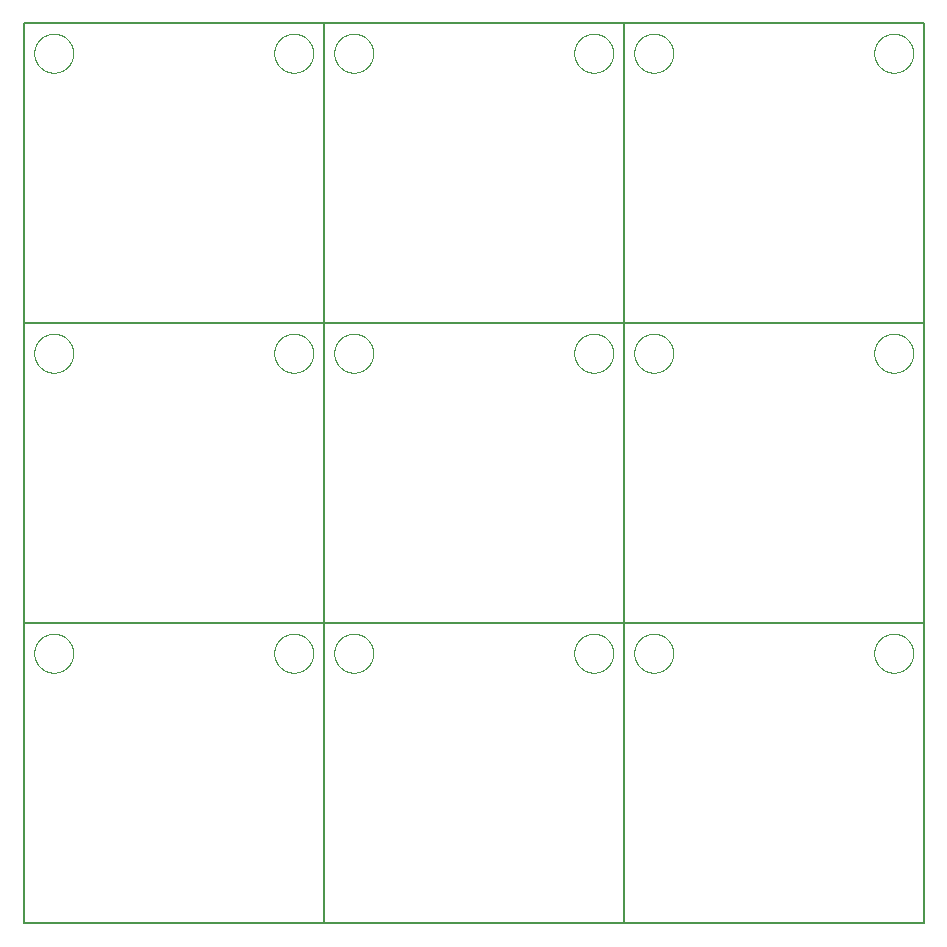
<source format=gko>
G75*
%MOIN*%
%OFA0B0*%
%FSLAX25Y25*%
%IPPOS*%
%LPD*%
%AMOC8*
5,1,8,0,0,1.08239X$1,22.5*
%
%ADD10C,0.00800*%
%ADD11C,0.00000*%
D10*
X0002250Y0005060D02*
X0102250Y0005060D01*
X0202250Y0005060D01*
X0302250Y0005060D01*
X0302250Y0105060D01*
X0202250Y0105060D01*
X0202250Y0205060D01*
X0302250Y0205060D01*
X0302250Y0305060D01*
X0202250Y0305060D01*
X0202250Y0205060D01*
X0102250Y0205060D01*
X0102250Y0305060D01*
X0202250Y0305060D01*
X0202250Y0205060D01*
X0302250Y0205060D01*
X0302250Y0105060D01*
X0202250Y0105060D01*
X0102250Y0105060D01*
X0102250Y0205060D01*
X0002250Y0205060D01*
X0002250Y0305060D01*
X0102250Y0305060D01*
X0102250Y0205060D01*
X0202250Y0205060D01*
X0202250Y0105060D01*
X0202250Y0005060D01*
X0202250Y0105060D01*
X0102250Y0105060D01*
X0002250Y0105060D01*
X0002250Y0205060D01*
X0102250Y0205060D01*
X0102250Y0105060D01*
X0102250Y0005060D01*
X0102250Y0105060D01*
X0002250Y0105060D01*
X0002250Y0005060D01*
D11*
X0005750Y0095060D02*
X0005752Y0095221D01*
X0005758Y0095381D01*
X0005768Y0095542D01*
X0005782Y0095702D01*
X0005800Y0095862D01*
X0005821Y0096021D01*
X0005847Y0096180D01*
X0005877Y0096338D01*
X0005910Y0096495D01*
X0005948Y0096652D01*
X0005989Y0096807D01*
X0006034Y0096961D01*
X0006083Y0097114D01*
X0006136Y0097266D01*
X0006192Y0097417D01*
X0006253Y0097566D01*
X0006316Y0097714D01*
X0006384Y0097860D01*
X0006455Y0098004D01*
X0006529Y0098146D01*
X0006607Y0098287D01*
X0006689Y0098425D01*
X0006774Y0098562D01*
X0006862Y0098696D01*
X0006954Y0098828D01*
X0007049Y0098958D01*
X0007147Y0099086D01*
X0007248Y0099211D01*
X0007352Y0099333D01*
X0007459Y0099453D01*
X0007569Y0099570D01*
X0007682Y0099685D01*
X0007798Y0099796D01*
X0007917Y0099905D01*
X0008038Y0100010D01*
X0008162Y0100113D01*
X0008288Y0100213D01*
X0008416Y0100309D01*
X0008547Y0100402D01*
X0008681Y0100492D01*
X0008816Y0100579D01*
X0008954Y0100662D01*
X0009093Y0100742D01*
X0009235Y0100818D01*
X0009378Y0100891D01*
X0009523Y0100960D01*
X0009670Y0101026D01*
X0009818Y0101088D01*
X0009968Y0101146D01*
X0010119Y0101201D01*
X0010272Y0101252D01*
X0010426Y0101299D01*
X0010581Y0101342D01*
X0010737Y0101381D01*
X0010893Y0101417D01*
X0011051Y0101448D01*
X0011209Y0101476D01*
X0011368Y0101500D01*
X0011528Y0101520D01*
X0011688Y0101536D01*
X0011848Y0101548D01*
X0012009Y0101556D01*
X0012170Y0101560D01*
X0012330Y0101560D01*
X0012491Y0101556D01*
X0012652Y0101548D01*
X0012812Y0101536D01*
X0012972Y0101520D01*
X0013132Y0101500D01*
X0013291Y0101476D01*
X0013449Y0101448D01*
X0013607Y0101417D01*
X0013763Y0101381D01*
X0013919Y0101342D01*
X0014074Y0101299D01*
X0014228Y0101252D01*
X0014381Y0101201D01*
X0014532Y0101146D01*
X0014682Y0101088D01*
X0014830Y0101026D01*
X0014977Y0100960D01*
X0015122Y0100891D01*
X0015265Y0100818D01*
X0015407Y0100742D01*
X0015546Y0100662D01*
X0015684Y0100579D01*
X0015819Y0100492D01*
X0015953Y0100402D01*
X0016084Y0100309D01*
X0016212Y0100213D01*
X0016338Y0100113D01*
X0016462Y0100010D01*
X0016583Y0099905D01*
X0016702Y0099796D01*
X0016818Y0099685D01*
X0016931Y0099570D01*
X0017041Y0099453D01*
X0017148Y0099333D01*
X0017252Y0099211D01*
X0017353Y0099086D01*
X0017451Y0098958D01*
X0017546Y0098828D01*
X0017638Y0098696D01*
X0017726Y0098562D01*
X0017811Y0098425D01*
X0017893Y0098287D01*
X0017971Y0098146D01*
X0018045Y0098004D01*
X0018116Y0097860D01*
X0018184Y0097714D01*
X0018247Y0097566D01*
X0018308Y0097417D01*
X0018364Y0097266D01*
X0018417Y0097114D01*
X0018466Y0096961D01*
X0018511Y0096807D01*
X0018552Y0096652D01*
X0018590Y0096495D01*
X0018623Y0096338D01*
X0018653Y0096180D01*
X0018679Y0096021D01*
X0018700Y0095862D01*
X0018718Y0095702D01*
X0018732Y0095542D01*
X0018742Y0095381D01*
X0018748Y0095221D01*
X0018750Y0095060D01*
X0018748Y0094899D01*
X0018742Y0094739D01*
X0018732Y0094578D01*
X0018718Y0094418D01*
X0018700Y0094258D01*
X0018679Y0094099D01*
X0018653Y0093940D01*
X0018623Y0093782D01*
X0018590Y0093625D01*
X0018552Y0093468D01*
X0018511Y0093313D01*
X0018466Y0093159D01*
X0018417Y0093006D01*
X0018364Y0092854D01*
X0018308Y0092703D01*
X0018247Y0092554D01*
X0018184Y0092406D01*
X0018116Y0092260D01*
X0018045Y0092116D01*
X0017971Y0091974D01*
X0017893Y0091833D01*
X0017811Y0091695D01*
X0017726Y0091558D01*
X0017638Y0091424D01*
X0017546Y0091292D01*
X0017451Y0091162D01*
X0017353Y0091034D01*
X0017252Y0090909D01*
X0017148Y0090787D01*
X0017041Y0090667D01*
X0016931Y0090550D01*
X0016818Y0090435D01*
X0016702Y0090324D01*
X0016583Y0090215D01*
X0016462Y0090110D01*
X0016338Y0090007D01*
X0016212Y0089907D01*
X0016084Y0089811D01*
X0015953Y0089718D01*
X0015819Y0089628D01*
X0015684Y0089541D01*
X0015546Y0089458D01*
X0015407Y0089378D01*
X0015265Y0089302D01*
X0015122Y0089229D01*
X0014977Y0089160D01*
X0014830Y0089094D01*
X0014682Y0089032D01*
X0014532Y0088974D01*
X0014381Y0088919D01*
X0014228Y0088868D01*
X0014074Y0088821D01*
X0013919Y0088778D01*
X0013763Y0088739D01*
X0013607Y0088703D01*
X0013449Y0088672D01*
X0013291Y0088644D01*
X0013132Y0088620D01*
X0012972Y0088600D01*
X0012812Y0088584D01*
X0012652Y0088572D01*
X0012491Y0088564D01*
X0012330Y0088560D01*
X0012170Y0088560D01*
X0012009Y0088564D01*
X0011848Y0088572D01*
X0011688Y0088584D01*
X0011528Y0088600D01*
X0011368Y0088620D01*
X0011209Y0088644D01*
X0011051Y0088672D01*
X0010893Y0088703D01*
X0010737Y0088739D01*
X0010581Y0088778D01*
X0010426Y0088821D01*
X0010272Y0088868D01*
X0010119Y0088919D01*
X0009968Y0088974D01*
X0009818Y0089032D01*
X0009670Y0089094D01*
X0009523Y0089160D01*
X0009378Y0089229D01*
X0009235Y0089302D01*
X0009093Y0089378D01*
X0008954Y0089458D01*
X0008816Y0089541D01*
X0008681Y0089628D01*
X0008547Y0089718D01*
X0008416Y0089811D01*
X0008288Y0089907D01*
X0008162Y0090007D01*
X0008038Y0090110D01*
X0007917Y0090215D01*
X0007798Y0090324D01*
X0007682Y0090435D01*
X0007569Y0090550D01*
X0007459Y0090667D01*
X0007352Y0090787D01*
X0007248Y0090909D01*
X0007147Y0091034D01*
X0007049Y0091162D01*
X0006954Y0091292D01*
X0006862Y0091424D01*
X0006774Y0091558D01*
X0006689Y0091695D01*
X0006607Y0091833D01*
X0006529Y0091974D01*
X0006455Y0092116D01*
X0006384Y0092260D01*
X0006316Y0092406D01*
X0006253Y0092554D01*
X0006192Y0092703D01*
X0006136Y0092854D01*
X0006083Y0093006D01*
X0006034Y0093159D01*
X0005989Y0093313D01*
X0005948Y0093468D01*
X0005910Y0093625D01*
X0005877Y0093782D01*
X0005847Y0093940D01*
X0005821Y0094099D01*
X0005800Y0094258D01*
X0005782Y0094418D01*
X0005768Y0094578D01*
X0005758Y0094739D01*
X0005752Y0094899D01*
X0005750Y0095060D01*
X0085750Y0095060D02*
X0085752Y0095221D01*
X0085758Y0095381D01*
X0085768Y0095542D01*
X0085782Y0095702D01*
X0085800Y0095862D01*
X0085821Y0096021D01*
X0085847Y0096180D01*
X0085877Y0096338D01*
X0085910Y0096495D01*
X0085948Y0096652D01*
X0085989Y0096807D01*
X0086034Y0096961D01*
X0086083Y0097114D01*
X0086136Y0097266D01*
X0086192Y0097417D01*
X0086253Y0097566D01*
X0086316Y0097714D01*
X0086384Y0097860D01*
X0086455Y0098004D01*
X0086529Y0098146D01*
X0086607Y0098287D01*
X0086689Y0098425D01*
X0086774Y0098562D01*
X0086862Y0098696D01*
X0086954Y0098828D01*
X0087049Y0098958D01*
X0087147Y0099086D01*
X0087248Y0099211D01*
X0087352Y0099333D01*
X0087459Y0099453D01*
X0087569Y0099570D01*
X0087682Y0099685D01*
X0087798Y0099796D01*
X0087917Y0099905D01*
X0088038Y0100010D01*
X0088162Y0100113D01*
X0088288Y0100213D01*
X0088416Y0100309D01*
X0088547Y0100402D01*
X0088681Y0100492D01*
X0088816Y0100579D01*
X0088954Y0100662D01*
X0089093Y0100742D01*
X0089235Y0100818D01*
X0089378Y0100891D01*
X0089523Y0100960D01*
X0089670Y0101026D01*
X0089818Y0101088D01*
X0089968Y0101146D01*
X0090119Y0101201D01*
X0090272Y0101252D01*
X0090426Y0101299D01*
X0090581Y0101342D01*
X0090737Y0101381D01*
X0090893Y0101417D01*
X0091051Y0101448D01*
X0091209Y0101476D01*
X0091368Y0101500D01*
X0091528Y0101520D01*
X0091688Y0101536D01*
X0091848Y0101548D01*
X0092009Y0101556D01*
X0092170Y0101560D01*
X0092330Y0101560D01*
X0092491Y0101556D01*
X0092652Y0101548D01*
X0092812Y0101536D01*
X0092972Y0101520D01*
X0093132Y0101500D01*
X0093291Y0101476D01*
X0093449Y0101448D01*
X0093607Y0101417D01*
X0093763Y0101381D01*
X0093919Y0101342D01*
X0094074Y0101299D01*
X0094228Y0101252D01*
X0094381Y0101201D01*
X0094532Y0101146D01*
X0094682Y0101088D01*
X0094830Y0101026D01*
X0094977Y0100960D01*
X0095122Y0100891D01*
X0095265Y0100818D01*
X0095407Y0100742D01*
X0095546Y0100662D01*
X0095684Y0100579D01*
X0095819Y0100492D01*
X0095953Y0100402D01*
X0096084Y0100309D01*
X0096212Y0100213D01*
X0096338Y0100113D01*
X0096462Y0100010D01*
X0096583Y0099905D01*
X0096702Y0099796D01*
X0096818Y0099685D01*
X0096931Y0099570D01*
X0097041Y0099453D01*
X0097148Y0099333D01*
X0097252Y0099211D01*
X0097353Y0099086D01*
X0097451Y0098958D01*
X0097546Y0098828D01*
X0097638Y0098696D01*
X0097726Y0098562D01*
X0097811Y0098425D01*
X0097893Y0098287D01*
X0097971Y0098146D01*
X0098045Y0098004D01*
X0098116Y0097860D01*
X0098184Y0097714D01*
X0098247Y0097566D01*
X0098308Y0097417D01*
X0098364Y0097266D01*
X0098417Y0097114D01*
X0098466Y0096961D01*
X0098511Y0096807D01*
X0098552Y0096652D01*
X0098590Y0096495D01*
X0098623Y0096338D01*
X0098653Y0096180D01*
X0098679Y0096021D01*
X0098700Y0095862D01*
X0098718Y0095702D01*
X0098732Y0095542D01*
X0098742Y0095381D01*
X0098748Y0095221D01*
X0098750Y0095060D01*
X0098748Y0094899D01*
X0098742Y0094739D01*
X0098732Y0094578D01*
X0098718Y0094418D01*
X0098700Y0094258D01*
X0098679Y0094099D01*
X0098653Y0093940D01*
X0098623Y0093782D01*
X0098590Y0093625D01*
X0098552Y0093468D01*
X0098511Y0093313D01*
X0098466Y0093159D01*
X0098417Y0093006D01*
X0098364Y0092854D01*
X0098308Y0092703D01*
X0098247Y0092554D01*
X0098184Y0092406D01*
X0098116Y0092260D01*
X0098045Y0092116D01*
X0097971Y0091974D01*
X0097893Y0091833D01*
X0097811Y0091695D01*
X0097726Y0091558D01*
X0097638Y0091424D01*
X0097546Y0091292D01*
X0097451Y0091162D01*
X0097353Y0091034D01*
X0097252Y0090909D01*
X0097148Y0090787D01*
X0097041Y0090667D01*
X0096931Y0090550D01*
X0096818Y0090435D01*
X0096702Y0090324D01*
X0096583Y0090215D01*
X0096462Y0090110D01*
X0096338Y0090007D01*
X0096212Y0089907D01*
X0096084Y0089811D01*
X0095953Y0089718D01*
X0095819Y0089628D01*
X0095684Y0089541D01*
X0095546Y0089458D01*
X0095407Y0089378D01*
X0095265Y0089302D01*
X0095122Y0089229D01*
X0094977Y0089160D01*
X0094830Y0089094D01*
X0094682Y0089032D01*
X0094532Y0088974D01*
X0094381Y0088919D01*
X0094228Y0088868D01*
X0094074Y0088821D01*
X0093919Y0088778D01*
X0093763Y0088739D01*
X0093607Y0088703D01*
X0093449Y0088672D01*
X0093291Y0088644D01*
X0093132Y0088620D01*
X0092972Y0088600D01*
X0092812Y0088584D01*
X0092652Y0088572D01*
X0092491Y0088564D01*
X0092330Y0088560D01*
X0092170Y0088560D01*
X0092009Y0088564D01*
X0091848Y0088572D01*
X0091688Y0088584D01*
X0091528Y0088600D01*
X0091368Y0088620D01*
X0091209Y0088644D01*
X0091051Y0088672D01*
X0090893Y0088703D01*
X0090737Y0088739D01*
X0090581Y0088778D01*
X0090426Y0088821D01*
X0090272Y0088868D01*
X0090119Y0088919D01*
X0089968Y0088974D01*
X0089818Y0089032D01*
X0089670Y0089094D01*
X0089523Y0089160D01*
X0089378Y0089229D01*
X0089235Y0089302D01*
X0089093Y0089378D01*
X0088954Y0089458D01*
X0088816Y0089541D01*
X0088681Y0089628D01*
X0088547Y0089718D01*
X0088416Y0089811D01*
X0088288Y0089907D01*
X0088162Y0090007D01*
X0088038Y0090110D01*
X0087917Y0090215D01*
X0087798Y0090324D01*
X0087682Y0090435D01*
X0087569Y0090550D01*
X0087459Y0090667D01*
X0087352Y0090787D01*
X0087248Y0090909D01*
X0087147Y0091034D01*
X0087049Y0091162D01*
X0086954Y0091292D01*
X0086862Y0091424D01*
X0086774Y0091558D01*
X0086689Y0091695D01*
X0086607Y0091833D01*
X0086529Y0091974D01*
X0086455Y0092116D01*
X0086384Y0092260D01*
X0086316Y0092406D01*
X0086253Y0092554D01*
X0086192Y0092703D01*
X0086136Y0092854D01*
X0086083Y0093006D01*
X0086034Y0093159D01*
X0085989Y0093313D01*
X0085948Y0093468D01*
X0085910Y0093625D01*
X0085877Y0093782D01*
X0085847Y0093940D01*
X0085821Y0094099D01*
X0085800Y0094258D01*
X0085782Y0094418D01*
X0085768Y0094578D01*
X0085758Y0094739D01*
X0085752Y0094899D01*
X0085750Y0095060D01*
X0105750Y0095060D02*
X0105752Y0095221D01*
X0105758Y0095381D01*
X0105768Y0095542D01*
X0105782Y0095702D01*
X0105800Y0095862D01*
X0105821Y0096021D01*
X0105847Y0096180D01*
X0105877Y0096338D01*
X0105910Y0096495D01*
X0105948Y0096652D01*
X0105989Y0096807D01*
X0106034Y0096961D01*
X0106083Y0097114D01*
X0106136Y0097266D01*
X0106192Y0097417D01*
X0106253Y0097566D01*
X0106316Y0097714D01*
X0106384Y0097860D01*
X0106455Y0098004D01*
X0106529Y0098146D01*
X0106607Y0098287D01*
X0106689Y0098425D01*
X0106774Y0098562D01*
X0106862Y0098696D01*
X0106954Y0098828D01*
X0107049Y0098958D01*
X0107147Y0099086D01*
X0107248Y0099211D01*
X0107352Y0099333D01*
X0107459Y0099453D01*
X0107569Y0099570D01*
X0107682Y0099685D01*
X0107798Y0099796D01*
X0107917Y0099905D01*
X0108038Y0100010D01*
X0108162Y0100113D01*
X0108288Y0100213D01*
X0108416Y0100309D01*
X0108547Y0100402D01*
X0108681Y0100492D01*
X0108816Y0100579D01*
X0108954Y0100662D01*
X0109093Y0100742D01*
X0109235Y0100818D01*
X0109378Y0100891D01*
X0109523Y0100960D01*
X0109670Y0101026D01*
X0109818Y0101088D01*
X0109968Y0101146D01*
X0110119Y0101201D01*
X0110272Y0101252D01*
X0110426Y0101299D01*
X0110581Y0101342D01*
X0110737Y0101381D01*
X0110893Y0101417D01*
X0111051Y0101448D01*
X0111209Y0101476D01*
X0111368Y0101500D01*
X0111528Y0101520D01*
X0111688Y0101536D01*
X0111848Y0101548D01*
X0112009Y0101556D01*
X0112170Y0101560D01*
X0112330Y0101560D01*
X0112491Y0101556D01*
X0112652Y0101548D01*
X0112812Y0101536D01*
X0112972Y0101520D01*
X0113132Y0101500D01*
X0113291Y0101476D01*
X0113449Y0101448D01*
X0113607Y0101417D01*
X0113763Y0101381D01*
X0113919Y0101342D01*
X0114074Y0101299D01*
X0114228Y0101252D01*
X0114381Y0101201D01*
X0114532Y0101146D01*
X0114682Y0101088D01*
X0114830Y0101026D01*
X0114977Y0100960D01*
X0115122Y0100891D01*
X0115265Y0100818D01*
X0115407Y0100742D01*
X0115546Y0100662D01*
X0115684Y0100579D01*
X0115819Y0100492D01*
X0115953Y0100402D01*
X0116084Y0100309D01*
X0116212Y0100213D01*
X0116338Y0100113D01*
X0116462Y0100010D01*
X0116583Y0099905D01*
X0116702Y0099796D01*
X0116818Y0099685D01*
X0116931Y0099570D01*
X0117041Y0099453D01*
X0117148Y0099333D01*
X0117252Y0099211D01*
X0117353Y0099086D01*
X0117451Y0098958D01*
X0117546Y0098828D01*
X0117638Y0098696D01*
X0117726Y0098562D01*
X0117811Y0098425D01*
X0117893Y0098287D01*
X0117971Y0098146D01*
X0118045Y0098004D01*
X0118116Y0097860D01*
X0118184Y0097714D01*
X0118247Y0097566D01*
X0118308Y0097417D01*
X0118364Y0097266D01*
X0118417Y0097114D01*
X0118466Y0096961D01*
X0118511Y0096807D01*
X0118552Y0096652D01*
X0118590Y0096495D01*
X0118623Y0096338D01*
X0118653Y0096180D01*
X0118679Y0096021D01*
X0118700Y0095862D01*
X0118718Y0095702D01*
X0118732Y0095542D01*
X0118742Y0095381D01*
X0118748Y0095221D01*
X0118750Y0095060D01*
X0118748Y0094899D01*
X0118742Y0094739D01*
X0118732Y0094578D01*
X0118718Y0094418D01*
X0118700Y0094258D01*
X0118679Y0094099D01*
X0118653Y0093940D01*
X0118623Y0093782D01*
X0118590Y0093625D01*
X0118552Y0093468D01*
X0118511Y0093313D01*
X0118466Y0093159D01*
X0118417Y0093006D01*
X0118364Y0092854D01*
X0118308Y0092703D01*
X0118247Y0092554D01*
X0118184Y0092406D01*
X0118116Y0092260D01*
X0118045Y0092116D01*
X0117971Y0091974D01*
X0117893Y0091833D01*
X0117811Y0091695D01*
X0117726Y0091558D01*
X0117638Y0091424D01*
X0117546Y0091292D01*
X0117451Y0091162D01*
X0117353Y0091034D01*
X0117252Y0090909D01*
X0117148Y0090787D01*
X0117041Y0090667D01*
X0116931Y0090550D01*
X0116818Y0090435D01*
X0116702Y0090324D01*
X0116583Y0090215D01*
X0116462Y0090110D01*
X0116338Y0090007D01*
X0116212Y0089907D01*
X0116084Y0089811D01*
X0115953Y0089718D01*
X0115819Y0089628D01*
X0115684Y0089541D01*
X0115546Y0089458D01*
X0115407Y0089378D01*
X0115265Y0089302D01*
X0115122Y0089229D01*
X0114977Y0089160D01*
X0114830Y0089094D01*
X0114682Y0089032D01*
X0114532Y0088974D01*
X0114381Y0088919D01*
X0114228Y0088868D01*
X0114074Y0088821D01*
X0113919Y0088778D01*
X0113763Y0088739D01*
X0113607Y0088703D01*
X0113449Y0088672D01*
X0113291Y0088644D01*
X0113132Y0088620D01*
X0112972Y0088600D01*
X0112812Y0088584D01*
X0112652Y0088572D01*
X0112491Y0088564D01*
X0112330Y0088560D01*
X0112170Y0088560D01*
X0112009Y0088564D01*
X0111848Y0088572D01*
X0111688Y0088584D01*
X0111528Y0088600D01*
X0111368Y0088620D01*
X0111209Y0088644D01*
X0111051Y0088672D01*
X0110893Y0088703D01*
X0110737Y0088739D01*
X0110581Y0088778D01*
X0110426Y0088821D01*
X0110272Y0088868D01*
X0110119Y0088919D01*
X0109968Y0088974D01*
X0109818Y0089032D01*
X0109670Y0089094D01*
X0109523Y0089160D01*
X0109378Y0089229D01*
X0109235Y0089302D01*
X0109093Y0089378D01*
X0108954Y0089458D01*
X0108816Y0089541D01*
X0108681Y0089628D01*
X0108547Y0089718D01*
X0108416Y0089811D01*
X0108288Y0089907D01*
X0108162Y0090007D01*
X0108038Y0090110D01*
X0107917Y0090215D01*
X0107798Y0090324D01*
X0107682Y0090435D01*
X0107569Y0090550D01*
X0107459Y0090667D01*
X0107352Y0090787D01*
X0107248Y0090909D01*
X0107147Y0091034D01*
X0107049Y0091162D01*
X0106954Y0091292D01*
X0106862Y0091424D01*
X0106774Y0091558D01*
X0106689Y0091695D01*
X0106607Y0091833D01*
X0106529Y0091974D01*
X0106455Y0092116D01*
X0106384Y0092260D01*
X0106316Y0092406D01*
X0106253Y0092554D01*
X0106192Y0092703D01*
X0106136Y0092854D01*
X0106083Y0093006D01*
X0106034Y0093159D01*
X0105989Y0093313D01*
X0105948Y0093468D01*
X0105910Y0093625D01*
X0105877Y0093782D01*
X0105847Y0093940D01*
X0105821Y0094099D01*
X0105800Y0094258D01*
X0105782Y0094418D01*
X0105768Y0094578D01*
X0105758Y0094739D01*
X0105752Y0094899D01*
X0105750Y0095060D01*
X0185750Y0095060D02*
X0185752Y0095221D01*
X0185758Y0095381D01*
X0185768Y0095542D01*
X0185782Y0095702D01*
X0185800Y0095862D01*
X0185821Y0096021D01*
X0185847Y0096180D01*
X0185877Y0096338D01*
X0185910Y0096495D01*
X0185948Y0096652D01*
X0185989Y0096807D01*
X0186034Y0096961D01*
X0186083Y0097114D01*
X0186136Y0097266D01*
X0186192Y0097417D01*
X0186253Y0097566D01*
X0186316Y0097714D01*
X0186384Y0097860D01*
X0186455Y0098004D01*
X0186529Y0098146D01*
X0186607Y0098287D01*
X0186689Y0098425D01*
X0186774Y0098562D01*
X0186862Y0098696D01*
X0186954Y0098828D01*
X0187049Y0098958D01*
X0187147Y0099086D01*
X0187248Y0099211D01*
X0187352Y0099333D01*
X0187459Y0099453D01*
X0187569Y0099570D01*
X0187682Y0099685D01*
X0187798Y0099796D01*
X0187917Y0099905D01*
X0188038Y0100010D01*
X0188162Y0100113D01*
X0188288Y0100213D01*
X0188416Y0100309D01*
X0188547Y0100402D01*
X0188681Y0100492D01*
X0188816Y0100579D01*
X0188954Y0100662D01*
X0189093Y0100742D01*
X0189235Y0100818D01*
X0189378Y0100891D01*
X0189523Y0100960D01*
X0189670Y0101026D01*
X0189818Y0101088D01*
X0189968Y0101146D01*
X0190119Y0101201D01*
X0190272Y0101252D01*
X0190426Y0101299D01*
X0190581Y0101342D01*
X0190737Y0101381D01*
X0190893Y0101417D01*
X0191051Y0101448D01*
X0191209Y0101476D01*
X0191368Y0101500D01*
X0191528Y0101520D01*
X0191688Y0101536D01*
X0191848Y0101548D01*
X0192009Y0101556D01*
X0192170Y0101560D01*
X0192330Y0101560D01*
X0192491Y0101556D01*
X0192652Y0101548D01*
X0192812Y0101536D01*
X0192972Y0101520D01*
X0193132Y0101500D01*
X0193291Y0101476D01*
X0193449Y0101448D01*
X0193607Y0101417D01*
X0193763Y0101381D01*
X0193919Y0101342D01*
X0194074Y0101299D01*
X0194228Y0101252D01*
X0194381Y0101201D01*
X0194532Y0101146D01*
X0194682Y0101088D01*
X0194830Y0101026D01*
X0194977Y0100960D01*
X0195122Y0100891D01*
X0195265Y0100818D01*
X0195407Y0100742D01*
X0195546Y0100662D01*
X0195684Y0100579D01*
X0195819Y0100492D01*
X0195953Y0100402D01*
X0196084Y0100309D01*
X0196212Y0100213D01*
X0196338Y0100113D01*
X0196462Y0100010D01*
X0196583Y0099905D01*
X0196702Y0099796D01*
X0196818Y0099685D01*
X0196931Y0099570D01*
X0197041Y0099453D01*
X0197148Y0099333D01*
X0197252Y0099211D01*
X0197353Y0099086D01*
X0197451Y0098958D01*
X0197546Y0098828D01*
X0197638Y0098696D01*
X0197726Y0098562D01*
X0197811Y0098425D01*
X0197893Y0098287D01*
X0197971Y0098146D01*
X0198045Y0098004D01*
X0198116Y0097860D01*
X0198184Y0097714D01*
X0198247Y0097566D01*
X0198308Y0097417D01*
X0198364Y0097266D01*
X0198417Y0097114D01*
X0198466Y0096961D01*
X0198511Y0096807D01*
X0198552Y0096652D01*
X0198590Y0096495D01*
X0198623Y0096338D01*
X0198653Y0096180D01*
X0198679Y0096021D01*
X0198700Y0095862D01*
X0198718Y0095702D01*
X0198732Y0095542D01*
X0198742Y0095381D01*
X0198748Y0095221D01*
X0198750Y0095060D01*
X0198748Y0094899D01*
X0198742Y0094739D01*
X0198732Y0094578D01*
X0198718Y0094418D01*
X0198700Y0094258D01*
X0198679Y0094099D01*
X0198653Y0093940D01*
X0198623Y0093782D01*
X0198590Y0093625D01*
X0198552Y0093468D01*
X0198511Y0093313D01*
X0198466Y0093159D01*
X0198417Y0093006D01*
X0198364Y0092854D01*
X0198308Y0092703D01*
X0198247Y0092554D01*
X0198184Y0092406D01*
X0198116Y0092260D01*
X0198045Y0092116D01*
X0197971Y0091974D01*
X0197893Y0091833D01*
X0197811Y0091695D01*
X0197726Y0091558D01*
X0197638Y0091424D01*
X0197546Y0091292D01*
X0197451Y0091162D01*
X0197353Y0091034D01*
X0197252Y0090909D01*
X0197148Y0090787D01*
X0197041Y0090667D01*
X0196931Y0090550D01*
X0196818Y0090435D01*
X0196702Y0090324D01*
X0196583Y0090215D01*
X0196462Y0090110D01*
X0196338Y0090007D01*
X0196212Y0089907D01*
X0196084Y0089811D01*
X0195953Y0089718D01*
X0195819Y0089628D01*
X0195684Y0089541D01*
X0195546Y0089458D01*
X0195407Y0089378D01*
X0195265Y0089302D01*
X0195122Y0089229D01*
X0194977Y0089160D01*
X0194830Y0089094D01*
X0194682Y0089032D01*
X0194532Y0088974D01*
X0194381Y0088919D01*
X0194228Y0088868D01*
X0194074Y0088821D01*
X0193919Y0088778D01*
X0193763Y0088739D01*
X0193607Y0088703D01*
X0193449Y0088672D01*
X0193291Y0088644D01*
X0193132Y0088620D01*
X0192972Y0088600D01*
X0192812Y0088584D01*
X0192652Y0088572D01*
X0192491Y0088564D01*
X0192330Y0088560D01*
X0192170Y0088560D01*
X0192009Y0088564D01*
X0191848Y0088572D01*
X0191688Y0088584D01*
X0191528Y0088600D01*
X0191368Y0088620D01*
X0191209Y0088644D01*
X0191051Y0088672D01*
X0190893Y0088703D01*
X0190737Y0088739D01*
X0190581Y0088778D01*
X0190426Y0088821D01*
X0190272Y0088868D01*
X0190119Y0088919D01*
X0189968Y0088974D01*
X0189818Y0089032D01*
X0189670Y0089094D01*
X0189523Y0089160D01*
X0189378Y0089229D01*
X0189235Y0089302D01*
X0189093Y0089378D01*
X0188954Y0089458D01*
X0188816Y0089541D01*
X0188681Y0089628D01*
X0188547Y0089718D01*
X0188416Y0089811D01*
X0188288Y0089907D01*
X0188162Y0090007D01*
X0188038Y0090110D01*
X0187917Y0090215D01*
X0187798Y0090324D01*
X0187682Y0090435D01*
X0187569Y0090550D01*
X0187459Y0090667D01*
X0187352Y0090787D01*
X0187248Y0090909D01*
X0187147Y0091034D01*
X0187049Y0091162D01*
X0186954Y0091292D01*
X0186862Y0091424D01*
X0186774Y0091558D01*
X0186689Y0091695D01*
X0186607Y0091833D01*
X0186529Y0091974D01*
X0186455Y0092116D01*
X0186384Y0092260D01*
X0186316Y0092406D01*
X0186253Y0092554D01*
X0186192Y0092703D01*
X0186136Y0092854D01*
X0186083Y0093006D01*
X0186034Y0093159D01*
X0185989Y0093313D01*
X0185948Y0093468D01*
X0185910Y0093625D01*
X0185877Y0093782D01*
X0185847Y0093940D01*
X0185821Y0094099D01*
X0185800Y0094258D01*
X0185782Y0094418D01*
X0185768Y0094578D01*
X0185758Y0094739D01*
X0185752Y0094899D01*
X0185750Y0095060D01*
X0205750Y0095060D02*
X0205752Y0095221D01*
X0205758Y0095381D01*
X0205768Y0095542D01*
X0205782Y0095702D01*
X0205800Y0095862D01*
X0205821Y0096021D01*
X0205847Y0096180D01*
X0205877Y0096338D01*
X0205910Y0096495D01*
X0205948Y0096652D01*
X0205989Y0096807D01*
X0206034Y0096961D01*
X0206083Y0097114D01*
X0206136Y0097266D01*
X0206192Y0097417D01*
X0206253Y0097566D01*
X0206316Y0097714D01*
X0206384Y0097860D01*
X0206455Y0098004D01*
X0206529Y0098146D01*
X0206607Y0098287D01*
X0206689Y0098425D01*
X0206774Y0098562D01*
X0206862Y0098696D01*
X0206954Y0098828D01*
X0207049Y0098958D01*
X0207147Y0099086D01*
X0207248Y0099211D01*
X0207352Y0099333D01*
X0207459Y0099453D01*
X0207569Y0099570D01*
X0207682Y0099685D01*
X0207798Y0099796D01*
X0207917Y0099905D01*
X0208038Y0100010D01*
X0208162Y0100113D01*
X0208288Y0100213D01*
X0208416Y0100309D01*
X0208547Y0100402D01*
X0208681Y0100492D01*
X0208816Y0100579D01*
X0208954Y0100662D01*
X0209093Y0100742D01*
X0209235Y0100818D01*
X0209378Y0100891D01*
X0209523Y0100960D01*
X0209670Y0101026D01*
X0209818Y0101088D01*
X0209968Y0101146D01*
X0210119Y0101201D01*
X0210272Y0101252D01*
X0210426Y0101299D01*
X0210581Y0101342D01*
X0210737Y0101381D01*
X0210893Y0101417D01*
X0211051Y0101448D01*
X0211209Y0101476D01*
X0211368Y0101500D01*
X0211528Y0101520D01*
X0211688Y0101536D01*
X0211848Y0101548D01*
X0212009Y0101556D01*
X0212170Y0101560D01*
X0212330Y0101560D01*
X0212491Y0101556D01*
X0212652Y0101548D01*
X0212812Y0101536D01*
X0212972Y0101520D01*
X0213132Y0101500D01*
X0213291Y0101476D01*
X0213449Y0101448D01*
X0213607Y0101417D01*
X0213763Y0101381D01*
X0213919Y0101342D01*
X0214074Y0101299D01*
X0214228Y0101252D01*
X0214381Y0101201D01*
X0214532Y0101146D01*
X0214682Y0101088D01*
X0214830Y0101026D01*
X0214977Y0100960D01*
X0215122Y0100891D01*
X0215265Y0100818D01*
X0215407Y0100742D01*
X0215546Y0100662D01*
X0215684Y0100579D01*
X0215819Y0100492D01*
X0215953Y0100402D01*
X0216084Y0100309D01*
X0216212Y0100213D01*
X0216338Y0100113D01*
X0216462Y0100010D01*
X0216583Y0099905D01*
X0216702Y0099796D01*
X0216818Y0099685D01*
X0216931Y0099570D01*
X0217041Y0099453D01*
X0217148Y0099333D01*
X0217252Y0099211D01*
X0217353Y0099086D01*
X0217451Y0098958D01*
X0217546Y0098828D01*
X0217638Y0098696D01*
X0217726Y0098562D01*
X0217811Y0098425D01*
X0217893Y0098287D01*
X0217971Y0098146D01*
X0218045Y0098004D01*
X0218116Y0097860D01*
X0218184Y0097714D01*
X0218247Y0097566D01*
X0218308Y0097417D01*
X0218364Y0097266D01*
X0218417Y0097114D01*
X0218466Y0096961D01*
X0218511Y0096807D01*
X0218552Y0096652D01*
X0218590Y0096495D01*
X0218623Y0096338D01*
X0218653Y0096180D01*
X0218679Y0096021D01*
X0218700Y0095862D01*
X0218718Y0095702D01*
X0218732Y0095542D01*
X0218742Y0095381D01*
X0218748Y0095221D01*
X0218750Y0095060D01*
X0218748Y0094899D01*
X0218742Y0094739D01*
X0218732Y0094578D01*
X0218718Y0094418D01*
X0218700Y0094258D01*
X0218679Y0094099D01*
X0218653Y0093940D01*
X0218623Y0093782D01*
X0218590Y0093625D01*
X0218552Y0093468D01*
X0218511Y0093313D01*
X0218466Y0093159D01*
X0218417Y0093006D01*
X0218364Y0092854D01*
X0218308Y0092703D01*
X0218247Y0092554D01*
X0218184Y0092406D01*
X0218116Y0092260D01*
X0218045Y0092116D01*
X0217971Y0091974D01*
X0217893Y0091833D01*
X0217811Y0091695D01*
X0217726Y0091558D01*
X0217638Y0091424D01*
X0217546Y0091292D01*
X0217451Y0091162D01*
X0217353Y0091034D01*
X0217252Y0090909D01*
X0217148Y0090787D01*
X0217041Y0090667D01*
X0216931Y0090550D01*
X0216818Y0090435D01*
X0216702Y0090324D01*
X0216583Y0090215D01*
X0216462Y0090110D01*
X0216338Y0090007D01*
X0216212Y0089907D01*
X0216084Y0089811D01*
X0215953Y0089718D01*
X0215819Y0089628D01*
X0215684Y0089541D01*
X0215546Y0089458D01*
X0215407Y0089378D01*
X0215265Y0089302D01*
X0215122Y0089229D01*
X0214977Y0089160D01*
X0214830Y0089094D01*
X0214682Y0089032D01*
X0214532Y0088974D01*
X0214381Y0088919D01*
X0214228Y0088868D01*
X0214074Y0088821D01*
X0213919Y0088778D01*
X0213763Y0088739D01*
X0213607Y0088703D01*
X0213449Y0088672D01*
X0213291Y0088644D01*
X0213132Y0088620D01*
X0212972Y0088600D01*
X0212812Y0088584D01*
X0212652Y0088572D01*
X0212491Y0088564D01*
X0212330Y0088560D01*
X0212170Y0088560D01*
X0212009Y0088564D01*
X0211848Y0088572D01*
X0211688Y0088584D01*
X0211528Y0088600D01*
X0211368Y0088620D01*
X0211209Y0088644D01*
X0211051Y0088672D01*
X0210893Y0088703D01*
X0210737Y0088739D01*
X0210581Y0088778D01*
X0210426Y0088821D01*
X0210272Y0088868D01*
X0210119Y0088919D01*
X0209968Y0088974D01*
X0209818Y0089032D01*
X0209670Y0089094D01*
X0209523Y0089160D01*
X0209378Y0089229D01*
X0209235Y0089302D01*
X0209093Y0089378D01*
X0208954Y0089458D01*
X0208816Y0089541D01*
X0208681Y0089628D01*
X0208547Y0089718D01*
X0208416Y0089811D01*
X0208288Y0089907D01*
X0208162Y0090007D01*
X0208038Y0090110D01*
X0207917Y0090215D01*
X0207798Y0090324D01*
X0207682Y0090435D01*
X0207569Y0090550D01*
X0207459Y0090667D01*
X0207352Y0090787D01*
X0207248Y0090909D01*
X0207147Y0091034D01*
X0207049Y0091162D01*
X0206954Y0091292D01*
X0206862Y0091424D01*
X0206774Y0091558D01*
X0206689Y0091695D01*
X0206607Y0091833D01*
X0206529Y0091974D01*
X0206455Y0092116D01*
X0206384Y0092260D01*
X0206316Y0092406D01*
X0206253Y0092554D01*
X0206192Y0092703D01*
X0206136Y0092854D01*
X0206083Y0093006D01*
X0206034Y0093159D01*
X0205989Y0093313D01*
X0205948Y0093468D01*
X0205910Y0093625D01*
X0205877Y0093782D01*
X0205847Y0093940D01*
X0205821Y0094099D01*
X0205800Y0094258D01*
X0205782Y0094418D01*
X0205768Y0094578D01*
X0205758Y0094739D01*
X0205752Y0094899D01*
X0205750Y0095060D01*
X0285750Y0095060D02*
X0285752Y0095221D01*
X0285758Y0095381D01*
X0285768Y0095542D01*
X0285782Y0095702D01*
X0285800Y0095862D01*
X0285821Y0096021D01*
X0285847Y0096180D01*
X0285877Y0096338D01*
X0285910Y0096495D01*
X0285948Y0096652D01*
X0285989Y0096807D01*
X0286034Y0096961D01*
X0286083Y0097114D01*
X0286136Y0097266D01*
X0286192Y0097417D01*
X0286253Y0097566D01*
X0286316Y0097714D01*
X0286384Y0097860D01*
X0286455Y0098004D01*
X0286529Y0098146D01*
X0286607Y0098287D01*
X0286689Y0098425D01*
X0286774Y0098562D01*
X0286862Y0098696D01*
X0286954Y0098828D01*
X0287049Y0098958D01*
X0287147Y0099086D01*
X0287248Y0099211D01*
X0287352Y0099333D01*
X0287459Y0099453D01*
X0287569Y0099570D01*
X0287682Y0099685D01*
X0287798Y0099796D01*
X0287917Y0099905D01*
X0288038Y0100010D01*
X0288162Y0100113D01*
X0288288Y0100213D01*
X0288416Y0100309D01*
X0288547Y0100402D01*
X0288681Y0100492D01*
X0288816Y0100579D01*
X0288954Y0100662D01*
X0289093Y0100742D01*
X0289235Y0100818D01*
X0289378Y0100891D01*
X0289523Y0100960D01*
X0289670Y0101026D01*
X0289818Y0101088D01*
X0289968Y0101146D01*
X0290119Y0101201D01*
X0290272Y0101252D01*
X0290426Y0101299D01*
X0290581Y0101342D01*
X0290737Y0101381D01*
X0290893Y0101417D01*
X0291051Y0101448D01*
X0291209Y0101476D01*
X0291368Y0101500D01*
X0291528Y0101520D01*
X0291688Y0101536D01*
X0291848Y0101548D01*
X0292009Y0101556D01*
X0292170Y0101560D01*
X0292330Y0101560D01*
X0292491Y0101556D01*
X0292652Y0101548D01*
X0292812Y0101536D01*
X0292972Y0101520D01*
X0293132Y0101500D01*
X0293291Y0101476D01*
X0293449Y0101448D01*
X0293607Y0101417D01*
X0293763Y0101381D01*
X0293919Y0101342D01*
X0294074Y0101299D01*
X0294228Y0101252D01*
X0294381Y0101201D01*
X0294532Y0101146D01*
X0294682Y0101088D01*
X0294830Y0101026D01*
X0294977Y0100960D01*
X0295122Y0100891D01*
X0295265Y0100818D01*
X0295407Y0100742D01*
X0295546Y0100662D01*
X0295684Y0100579D01*
X0295819Y0100492D01*
X0295953Y0100402D01*
X0296084Y0100309D01*
X0296212Y0100213D01*
X0296338Y0100113D01*
X0296462Y0100010D01*
X0296583Y0099905D01*
X0296702Y0099796D01*
X0296818Y0099685D01*
X0296931Y0099570D01*
X0297041Y0099453D01*
X0297148Y0099333D01*
X0297252Y0099211D01*
X0297353Y0099086D01*
X0297451Y0098958D01*
X0297546Y0098828D01*
X0297638Y0098696D01*
X0297726Y0098562D01*
X0297811Y0098425D01*
X0297893Y0098287D01*
X0297971Y0098146D01*
X0298045Y0098004D01*
X0298116Y0097860D01*
X0298184Y0097714D01*
X0298247Y0097566D01*
X0298308Y0097417D01*
X0298364Y0097266D01*
X0298417Y0097114D01*
X0298466Y0096961D01*
X0298511Y0096807D01*
X0298552Y0096652D01*
X0298590Y0096495D01*
X0298623Y0096338D01*
X0298653Y0096180D01*
X0298679Y0096021D01*
X0298700Y0095862D01*
X0298718Y0095702D01*
X0298732Y0095542D01*
X0298742Y0095381D01*
X0298748Y0095221D01*
X0298750Y0095060D01*
X0298748Y0094899D01*
X0298742Y0094739D01*
X0298732Y0094578D01*
X0298718Y0094418D01*
X0298700Y0094258D01*
X0298679Y0094099D01*
X0298653Y0093940D01*
X0298623Y0093782D01*
X0298590Y0093625D01*
X0298552Y0093468D01*
X0298511Y0093313D01*
X0298466Y0093159D01*
X0298417Y0093006D01*
X0298364Y0092854D01*
X0298308Y0092703D01*
X0298247Y0092554D01*
X0298184Y0092406D01*
X0298116Y0092260D01*
X0298045Y0092116D01*
X0297971Y0091974D01*
X0297893Y0091833D01*
X0297811Y0091695D01*
X0297726Y0091558D01*
X0297638Y0091424D01*
X0297546Y0091292D01*
X0297451Y0091162D01*
X0297353Y0091034D01*
X0297252Y0090909D01*
X0297148Y0090787D01*
X0297041Y0090667D01*
X0296931Y0090550D01*
X0296818Y0090435D01*
X0296702Y0090324D01*
X0296583Y0090215D01*
X0296462Y0090110D01*
X0296338Y0090007D01*
X0296212Y0089907D01*
X0296084Y0089811D01*
X0295953Y0089718D01*
X0295819Y0089628D01*
X0295684Y0089541D01*
X0295546Y0089458D01*
X0295407Y0089378D01*
X0295265Y0089302D01*
X0295122Y0089229D01*
X0294977Y0089160D01*
X0294830Y0089094D01*
X0294682Y0089032D01*
X0294532Y0088974D01*
X0294381Y0088919D01*
X0294228Y0088868D01*
X0294074Y0088821D01*
X0293919Y0088778D01*
X0293763Y0088739D01*
X0293607Y0088703D01*
X0293449Y0088672D01*
X0293291Y0088644D01*
X0293132Y0088620D01*
X0292972Y0088600D01*
X0292812Y0088584D01*
X0292652Y0088572D01*
X0292491Y0088564D01*
X0292330Y0088560D01*
X0292170Y0088560D01*
X0292009Y0088564D01*
X0291848Y0088572D01*
X0291688Y0088584D01*
X0291528Y0088600D01*
X0291368Y0088620D01*
X0291209Y0088644D01*
X0291051Y0088672D01*
X0290893Y0088703D01*
X0290737Y0088739D01*
X0290581Y0088778D01*
X0290426Y0088821D01*
X0290272Y0088868D01*
X0290119Y0088919D01*
X0289968Y0088974D01*
X0289818Y0089032D01*
X0289670Y0089094D01*
X0289523Y0089160D01*
X0289378Y0089229D01*
X0289235Y0089302D01*
X0289093Y0089378D01*
X0288954Y0089458D01*
X0288816Y0089541D01*
X0288681Y0089628D01*
X0288547Y0089718D01*
X0288416Y0089811D01*
X0288288Y0089907D01*
X0288162Y0090007D01*
X0288038Y0090110D01*
X0287917Y0090215D01*
X0287798Y0090324D01*
X0287682Y0090435D01*
X0287569Y0090550D01*
X0287459Y0090667D01*
X0287352Y0090787D01*
X0287248Y0090909D01*
X0287147Y0091034D01*
X0287049Y0091162D01*
X0286954Y0091292D01*
X0286862Y0091424D01*
X0286774Y0091558D01*
X0286689Y0091695D01*
X0286607Y0091833D01*
X0286529Y0091974D01*
X0286455Y0092116D01*
X0286384Y0092260D01*
X0286316Y0092406D01*
X0286253Y0092554D01*
X0286192Y0092703D01*
X0286136Y0092854D01*
X0286083Y0093006D01*
X0286034Y0093159D01*
X0285989Y0093313D01*
X0285948Y0093468D01*
X0285910Y0093625D01*
X0285877Y0093782D01*
X0285847Y0093940D01*
X0285821Y0094099D01*
X0285800Y0094258D01*
X0285782Y0094418D01*
X0285768Y0094578D01*
X0285758Y0094739D01*
X0285752Y0094899D01*
X0285750Y0095060D01*
X0285750Y0195060D02*
X0285752Y0195221D01*
X0285758Y0195381D01*
X0285768Y0195542D01*
X0285782Y0195702D01*
X0285800Y0195862D01*
X0285821Y0196021D01*
X0285847Y0196180D01*
X0285877Y0196338D01*
X0285910Y0196495D01*
X0285948Y0196652D01*
X0285989Y0196807D01*
X0286034Y0196961D01*
X0286083Y0197114D01*
X0286136Y0197266D01*
X0286192Y0197417D01*
X0286253Y0197566D01*
X0286316Y0197714D01*
X0286384Y0197860D01*
X0286455Y0198004D01*
X0286529Y0198146D01*
X0286607Y0198287D01*
X0286689Y0198425D01*
X0286774Y0198562D01*
X0286862Y0198696D01*
X0286954Y0198828D01*
X0287049Y0198958D01*
X0287147Y0199086D01*
X0287248Y0199211D01*
X0287352Y0199333D01*
X0287459Y0199453D01*
X0287569Y0199570D01*
X0287682Y0199685D01*
X0287798Y0199796D01*
X0287917Y0199905D01*
X0288038Y0200010D01*
X0288162Y0200113D01*
X0288288Y0200213D01*
X0288416Y0200309D01*
X0288547Y0200402D01*
X0288681Y0200492D01*
X0288816Y0200579D01*
X0288954Y0200662D01*
X0289093Y0200742D01*
X0289235Y0200818D01*
X0289378Y0200891D01*
X0289523Y0200960D01*
X0289670Y0201026D01*
X0289818Y0201088D01*
X0289968Y0201146D01*
X0290119Y0201201D01*
X0290272Y0201252D01*
X0290426Y0201299D01*
X0290581Y0201342D01*
X0290737Y0201381D01*
X0290893Y0201417D01*
X0291051Y0201448D01*
X0291209Y0201476D01*
X0291368Y0201500D01*
X0291528Y0201520D01*
X0291688Y0201536D01*
X0291848Y0201548D01*
X0292009Y0201556D01*
X0292170Y0201560D01*
X0292330Y0201560D01*
X0292491Y0201556D01*
X0292652Y0201548D01*
X0292812Y0201536D01*
X0292972Y0201520D01*
X0293132Y0201500D01*
X0293291Y0201476D01*
X0293449Y0201448D01*
X0293607Y0201417D01*
X0293763Y0201381D01*
X0293919Y0201342D01*
X0294074Y0201299D01*
X0294228Y0201252D01*
X0294381Y0201201D01*
X0294532Y0201146D01*
X0294682Y0201088D01*
X0294830Y0201026D01*
X0294977Y0200960D01*
X0295122Y0200891D01*
X0295265Y0200818D01*
X0295407Y0200742D01*
X0295546Y0200662D01*
X0295684Y0200579D01*
X0295819Y0200492D01*
X0295953Y0200402D01*
X0296084Y0200309D01*
X0296212Y0200213D01*
X0296338Y0200113D01*
X0296462Y0200010D01*
X0296583Y0199905D01*
X0296702Y0199796D01*
X0296818Y0199685D01*
X0296931Y0199570D01*
X0297041Y0199453D01*
X0297148Y0199333D01*
X0297252Y0199211D01*
X0297353Y0199086D01*
X0297451Y0198958D01*
X0297546Y0198828D01*
X0297638Y0198696D01*
X0297726Y0198562D01*
X0297811Y0198425D01*
X0297893Y0198287D01*
X0297971Y0198146D01*
X0298045Y0198004D01*
X0298116Y0197860D01*
X0298184Y0197714D01*
X0298247Y0197566D01*
X0298308Y0197417D01*
X0298364Y0197266D01*
X0298417Y0197114D01*
X0298466Y0196961D01*
X0298511Y0196807D01*
X0298552Y0196652D01*
X0298590Y0196495D01*
X0298623Y0196338D01*
X0298653Y0196180D01*
X0298679Y0196021D01*
X0298700Y0195862D01*
X0298718Y0195702D01*
X0298732Y0195542D01*
X0298742Y0195381D01*
X0298748Y0195221D01*
X0298750Y0195060D01*
X0298748Y0194899D01*
X0298742Y0194739D01*
X0298732Y0194578D01*
X0298718Y0194418D01*
X0298700Y0194258D01*
X0298679Y0194099D01*
X0298653Y0193940D01*
X0298623Y0193782D01*
X0298590Y0193625D01*
X0298552Y0193468D01*
X0298511Y0193313D01*
X0298466Y0193159D01*
X0298417Y0193006D01*
X0298364Y0192854D01*
X0298308Y0192703D01*
X0298247Y0192554D01*
X0298184Y0192406D01*
X0298116Y0192260D01*
X0298045Y0192116D01*
X0297971Y0191974D01*
X0297893Y0191833D01*
X0297811Y0191695D01*
X0297726Y0191558D01*
X0297638Y0191424D01*
X0297546Y0191292D01*
X0297451Y0191162D01*
X0297353Y0191034D01*
X0297252Y0190909D01*
X0297148Y0190787D01*
X0297041Y0190667D01*
X0296931Y0190550D01*
X0296818Y0190435D01*
X0296702Y0190324D01*
X0296583Y0190215D01*
X0296462Y0190110D01*
X0296338Y0190007D01*
X0296212Y0189907D01*
X0296084Y0189811D01*
X0295953Y0189718D01*
X0295819Y0189628D01*
X0295684Y0189541D01*
X0295546Y0189458D01*
X0295407Y0189378D01*
X0295265Y0189302D01*
X0295122Y0189229D01*
X0294977Y0189160D01*
X0294830Y0189094D01*
X0294682Y0189032D01*
X0294532Y0188974D01*
X0294381Y0188919D01*
X0294228Y0188868D01*
X0294074Y0188821D01*
X0293919Y0188778D01*
X0293763Y0188739D01*
X0293607Y0188703D01*
X0293449Y0188672D01*
X0293291Y0188644D01*
X0293132Y0188620D01*
X0292972Y0188600D01*
X0292812Y0188584D01*
X0292652Y0188572D01*
X0292491Y0188564D01*
X0292330Y0188560D01*
X0292170Y0188560D01*
X0292009Y0188564D01*
X0291848Y0188572D01*
X0291688Y0188584D01*
X0291528Y0188600D01*
X0291368Y0188620D01*
X0291209Y0188644D01*
X0291051Y0188672D01*
X0290893Y0188703D01*
X0290737Y0188739D01*
X0290581Y0188778D01*
X0290426Y0188821D01*
X0290272Y0188868D01*
X0290119Y0188919D01*
X0289968Y0188974D01*
X0289818Y0189032D01*
X0289670Y0189094D01*
X0289523Y0189160D01*
X0289378Y0189229D01*
X0289235Y0189302D01*
X0289093Y0189378D01*
X0288954Y0189458D01*
X0288816Y0189541D01*
X0288681Y0189628D01*
X0288547Y0189718D01*
X0288416Y0189811D01*
X0288288Y0189907D01*
X0288162Y0190007D01*
X0288038Y0190110D01*
X0287917Y0190215D01*
X0287798Y0190324D01*
X0287682Y0190435D01*
X0287569Y0190550D01*
X0287459Y0190667D01*
X0287352Y0190787D01*
X0287248Y0190909D01*
X0287147Y0191034D01*
X0287049Y0191162D01*
X0286954Y0191292D01*
X0286862Y0191424D01*
X0286774Y0191558D01*
X0286689Y0191695D01*
X0286607Y0191833D01*
X0286529Y0191974D01*
X0286455Y0192116D01*
X0286384Y0192260D01*
X0286316Y0192406D01*
X0286253Y0192554D01*
X0286192Y0192703D01*
X0286136Y0192854D01*
X0286083Y0193006D01*
X0286034Y0193159D01*
X0285989Y0193313D01*
X0285948Y0193468D01*
X0285910Y0193625D01*
X0285877Y0193782D01*
X0285847Y0193940D01*
X0285821Y0194099D01*
X0285800Y0194258D01*
X0285782Y0194418D01*
X0285768Y0194578D01*
X0285758Y0194739D01*
X0285752Y0194899D01*
X0285750Y0195060D01*
X0205750Y0195060D02*
X0205752Y0195221D01*
X0205758Y0195381D01*
X0205768Y0195542D01*
X0205782Y0195702D01*
X0205800Y0195862D01*
X0205821Y0196021D01*
X0205847Y0196180D01*
X0205877Y0196338D01*
X0205910Y0196495D01*
X0205948Y0196652D01*
X0205989Y0196807D01*
X0206034Y0196961D01*
X0206083Y0197114D01*
X0206136Y0197266D01*
X0206192Y0197417D01*
X0206253Y0197566D01*
X0206316Y0197714D01*
X0206384Y0197860D01*
X0206455Y0198004D01*
X0206529Y0198146D01*
X0206607Y0198287D01*
X0206689Y0198425D01*
X0206774Y0198562D01*
X0206862Y0198696D01*
X0206954Y0198828D01*
X0207049Y0198958D01*
X0207147Y0199086D01*
X0207248Y0199211D01*
X0207352Y0199333D01*
X0207459Y0199453D01*
X0207569Y0199570D01*
X0207682Y0199685D01*
X0207798Y0199796D01*
X0207917Y0199905D01*
X0208038Y0200010D01*
X0208162Y0200113D01*
X0208288Y0200213D01*
X0208416Y0200309D01*
X0208547Y0200402D01*
X0208681Y0200492D01*
X0208816Y0200579D01*
X0208954Y0200662D01*
X0209093Y0200742D01*
X0209235Y0200818D01*
X0209378Y0200891D01*
X0209523Y0200960D01*
X0209670Y0201026D01*
X0209818Y0201088D01*
X0209968Y0201146D01*
X0210119Y0201201D01*
X0210272Y0201252D01*
X0210426Y0201299D01*
X0210581Y0201342D01*
X0210737Y0201381D01*
X0210893Y0201417D01*
X0211051Y0201448D01*
X0211209Y0201476D01*
X0211368Y0201500D01*
X0211528Y0201520D01*
X0211688Y0201536D01*
X0211848Y0201548D01*
X0212009Y0201556D01*
X0212170Y0201560D01*
X0212330Y0201560D01*
X0212491Y0201556D01*
X0212652Y0201548D01*
X0212812Y0201536D01*
X0212972Y0201520D01*
X0213132Y0201500D01*
X0213291Y0201476D01*
X0213449Y0201448D01*
X0213607Y0201417D01*
X0213763Y0201381D01*
X0213919Y0201342D01*
X0214074Y0201299D01*
X0214228Y0201252D01*
X0214381Y0201201D01*
X0214532Y0201146D01*
X0214682Y0201088D01*
X0214830Y0201026D01*
X0214977Y0200960D01*
X0215122Y0200891D01*
X0215265Y0200818D01*
X0215407Y0200742D01*
X0215546Y0200662D01*
X0215684Y0200579D01*
X0215819Y0200492D01*
X0215953Y0200402D01*
X0216084Y0200309D01*
X0216212Y0200213D01*
X0216338Y0200113D01*
X0216462Y0200010D01*
X0216583Y0199905D01*
X0216702Y0199796D01*
X0216818Y0199685D01*
X0216931Y0199570D01*
X0217041Y0199453D01*
X0217148Y0199333D01*
X0217252Y0199211D01*
X0217353Y0199086D01*
X0217451Y0198958D01*
X0217546Y0198828D01*
X0217638Y0198696D01*
X0217726Y0198562D01*
X0217811Y0198425D01*
X0217893Y0198287D01*
X0217971Y0198146D01*
X0218045Y0198004D01*
X0218116Y0197860D01*
X0218184Y0197714D01*
X0218247Y0197566D01*
X0218308Y0197417D01*
X0218364Y0197266D01*
X0218417Y0197114D01*
X0218466Y0196961D01*
X0218511Y0196807D01*
X0218552Y0196652D01*
X0218590Y0196495D01*
X0218623Y0196338D01*
X0218653Y0196180D01*
X0218679Y0196021D01*
X0218700Y0195862D01*
X0218718Y0195702D01*
X0218732Y0195542D01*
X0218742Y0195381D01*
X0218748Y0195221D01*
X0218750Y0195060D01*
X0218748Y0194899D01*
X0218742Y0194739D01*
X0218732Y0194578D01*
X0218718Y0194418D01*
X0218700Y0194258D01*
X0218679Y0194099D01*
X0218653Y0193940D01*
X0218623Y0193782D01*
X0218590Y0193625D01*
X0218552Y0193468D01*
X0218511Y0193313D01*
X0218466Y0193159D01*
X0218417Y0193006D01*
X0218364Y0192854D01*
X0218308Y0192703D01*
X0218247Y0192554D01*
X0218184Y0192406D01*
X0218116Y0192260D01*
X0218045Y0192116D01*
X0217971Y0191974D01*
X0217893Y0191833D01*
X0217811Y0191695D01*
X0217726Y0191558D01*
X0217638Y0191424D01*
X0217546Y0191292D01*
X0217451Y0191162D01*
X0217353Y0191034D01*
X0217252Y0190909D01*
X0217148Y0190787D01*
X0217041Y0190667D01*
X0216931Y0190550D01*
X0216818Y0190435D01*
X0216702Y0190324D01*
X0216583Y0190215D01*
X0216462Y0190110D01*
X0216338Y0190007D01*
X0216212Y0189907D01*
X0216084Y0189811D01*
X0215953Y0189718D01*
X0215819Y0189628D01*
X0215684Y0189541D01*
X0215546Y0189458D01*
X0215407Y0189378D01*
X0215265Y0189302D01*
X0215122Y0189229D01*
X0214977Y0189160D01*
X0214830Y0189094D01*
X0214682Y0189032D01*
X0214532Y0188974D01*
X0214381Y0188919D01*
X0214228Y0188868D01*
X0214074Y0188821D01*
X0213919Y0188778D01*
X0213763Y0188739D01*
X0213607Y0188703D01*
X0213449Y0188672D01*
X0213291Y0188644D01*
X0213132Y0188620D01*
X0212972Y0188600D01*
X0212812Y0188584D01*
X0212652Y0188572D01*
X0212491Y0188564D01*
X0212330Y0188560D01*
X0212170Y0188560D01*
X0212009Y0188564D01*
X0211848Y0188572D01*
X0211688Y0188584D01*
X0211528Y0188600D01*
X0211368Y0188620D01*
X0211209Y0188644D01*
X0211051Y0188672D01*
X0210893Y0188703D01*
X0210737Y0188739D01*
X0210581Y0188778D01*
X0210426Y0188821D01*
X0210272Y0188868D01*
X0210119Y0188919D01*
X0209968Y0188974D01*
X0209818Y0189032D01*
X0209670Y0189094D01*
X0209523Y0189160D01*
X0209378Y0189229D01*
X0209235Y0189302D01*
X0209093Y0189378D01*
X0208954Y0189458D01*
X0208816Y0189541D01*
X0208681Y0189628D01*
X0208547Y0189718D01*
X0208416Y0189811D01*
X0208288Y0189907D01*
X0208162Y0190007D01*
X0208038Y0190110D01*
X0207917Y0190215D01*
X0207798Y0190324D01*
X0207682Y0190435D01*
X0207569Y0190550D01*
X0207459Y0190667D01*
X0207352Y0190787D01*
X0207248Y0190909D01*
X0207147Y0191034D01*
X0207049Y0191162D01*
X0206954Y0191292D01*
X0206862Y0191424D01*
X0206774Y0191558D01*
X0206689Y0191695D01*
X0206607Y0191833D01*
X0206529Y0191974D01*
X0206455Y0192116D01*
X0206384Y0192260D01*
X0206316Y0192406D01*
X0206253Y0192554D01*
X0206192Y0192703D01*
X0206136Y0192854D01*
X0206083Y0193006D01*
X0206034Y0193159D01*
X0205989Y0193313D01*
X0205948Y0193468D01*
X0205910Y0193625D01*
X0205877Y0193782D01*
X0205847Y0193940D01*
X0205821Y0194099D01*
X0205800Y0194258D01*
X0205782Y0194418D01*
X0205768Y0194578D01*
X0205758Y0194739D01*
X0205752Y0194899D01*
X0205750Y0195060D01*
X0185750Y0195060D02*
X0185752Y0195221D01*
X0185758Y0195381D01*
X0185768Y0195542D01*
X0185782Y0195702D01*
X0185800Y0195862D01*
X0185821Y0196021D01*
X0185847Y0196180D01*
X0185877Y0196338D01*
X0185910Y0196495D01*
X0185948Y0196652D01*
X0185989Y0196807D01*
X0186034Y0196961D01*
X0186083Y0197114D01*
X0186136Y0197266D01*
X0186192Y0197417D01*
X0186253Y0197566D01*
X0186316Y0197714D01*
X0186384Y0197860D01*
X0186455Y0198004D01*
X0186529Y0198146D01*
X0186607Y0198287D01*
X0186689Y0198425D01*
X0186774Y0198562D01*
X0186862Y0198696D01*
X0186954Y0198828D01*
X0187049Y0198958D01*
X0187147Y0199086D01*
X0187248Y0199211D01*
X0187352Y0199333D01*
X0187459Y0199453D01*
X0187569Y0199570D01*
X0187682Y0199685D01*
X0187798Y0199796D01*
X0187917Y0199905D01*
X0188038Y0200010D01*
X0188162Y0200113D01*
X0188288Y0200213D01*
X0188416Y0200309D01*
X0188547Y0200402D01*
X0188681Y0200492D01*
X0188816Y0200579D01*
X0188954Y0200662D01*
X0189093Y0200742D01*
X0189235Y0200818D01*
X0189378Y0200891D01*
X0189523Y0200960D01*
X0189670Y0201026D01*
X0189818Y0201088D01*
X0189968Y0201146D01*
X0190119Y0201201D01*
X0190272Y0201252D01*
X0190426Y0201299D01*
X0190581Y0201342D01*
X0190737Y0201381D01*
X0190893Y0201417D01*
X0191051Y0201448D01*
X0191209Y0201476D01*
X0191368Y0201500D01*
X0191528Y0201520D01*
X0191688Y0201536D01*
X0191848Y0201548D01*
X0192009Y0201556D01*
X0192170Y0201560D01*
X0192330Y0201560D01*
X0192491Y0201556D01*
X0192652Y0201548D01*
X0192812Y0201536D01*
X0192972Y0201520D01*
X0193132Y0201500D01*
X0193291Y0201476D01*
X0193449Y0201448D01*
X0193607Y0201417D01*
X0193763Y0201381D01*
X0193919Y0201342D01*
X0194074Y0201299D01*
X0194228Y0201252D01*
X0194381Y0201201D01*
X0194532Y0201146D01*
X0194682Y0201088D01*
X0194830Y0201026D01*
X0194977Y0200960D01*
X0195122Y0200891D01*
X0195265Y0200818D01*
X0195407Y0200742D01*
X0195546Y0200662D01*
X0195684Y0200579D01*
X0195819Y0200492D01*
X0195953Y0200402D01*
X0196084Y0200309D01*
X0196212Y0200213D01*
X0196338Y0200113D01*
X0196462Y0200010D01*
X0196583Y0199905D01*
X0196702Y0199796D01*
X0196818Y0199685D01*
X0196931Y0199570D01*
X0197041Y0199453D01*
X0197148Y0199333D01*
X0197252Y0199211D01*
X0197353Y0199086D01*
X0197451Y0198958D01*
X0197546Y0198828D01*
X0197638Y0198696D01*
X0197726Y0198562D01*
X0197811Y0198425D01*
X0197893Y0198287D01*
X0197971Y0198146D01*
X0198045Y0198004D01*
X0198116Y0197860D01*
X0198184Y0197714D01*
X0198247Y0197566D01*
X0198308Y0197417D01*
X0198364Y0197266D01*
X0198417Y0197114D01*
X0198466Y0196961D01*
X0198511Y0196807D01*
X0198552Y0196652D01*
X0198590Y0196495D01*
X0198623Y0196338D01*
X0198653Y0196180D01*
X0198679Y0196021D01*
X0198700Y0195862D01*
X0198718Y0195702D01*
X0198732Y0195542D01*
X0198742Y0195381D01*
X0198748Y0195221D01*
X0198750Y0195060D01*
X0198748Y0194899D01*
X0198742Y0194739D01*
X0198732Y0194578D01*
X0198718Y0194418D01*
X0198700Y0194258D01*
X0198679Y0194099D01*
X0198653Y0193940D01*
X0198623Y0193782D01*
X0198590Y0193625D01*
X0198552Y0193468D01*
X0198511Y0193313D01*
X0198466Y0193159D01*
X0198417Y0193006D01*
X0198364Y0192854D01*
X0198308Y0192703D01*
X0198247Y0192554D01*
X0198184Y0192406D01*
X0198116Y0192260D01*
X0198045Y0192116D01*
X0197971Y0191974D01*
X0197893Y0191833D01*
X0197811Y0191695D01*
X0197726Y0191558D01*
X0197638Y0191424D01*
X0197546Y0191292D01*
X0197451Y0191162D01*
X0197353Y0191034D01*
X0197252Y0190909D01*
X0197148Y0190787D01*
X0197041Y0190667D01*
X0196931Y0190550D01*
X0196818Y0190435D01*
X0196702Y0190324D01*
X0196583Y0190215D01*
X0196462Y0190110D01*
X0196338Y0190007D01*
X0196212Y0189907D01*
X0196084Y0189811D01*
X0195953Y0189718D01*
X0195819Y0189628D01*
X0195684Y0189541D01*
X0195546Y0189458D01*
X0195407Y0189378D01*
X0195265Y0189302D01*
X0195122Y0189229D01*
X0194977Y0189160D01*
X0194830Y0189094D01*
X0194682Y0189032D01*
X0194532Y0188974D01*
X0194381Y0188919D01*
X0194228Y0188868D01*
X0194074Y0188821D01*
X0193919Y0188778D01*
X0193763Y0188739D01*
X0193607Y0188703D01*
X0193449Y0188672D01*
X0193291Y0188644D01*
X0193132Y0188620D01*
X0192972Y0188600D01*
X0192812Y0188584D01*
X0192652Y0188572D01*
X0192491Y0188564D01*
X0192330Y0188560D01*
X0192170Y0188560D01*
X0192009Y0188564D01*
X0191848Y0188572D01*
X0191688Y0188584D01*
X0191528Y0188600D01*
X0191368Y0188620D01*
X0191209Y0188644D01*
X0191051Y0188672D01*
X0190893Y0188703D01*
X0190737Y0188739D01*
X0190581Y0188778D01*
X0190426Y0188821D01*
X0190272Y0188868D01*
X0190119Y0188919D01*
X0189968Y0188974D01*
X0189818Y0189032D01*
X0189670Y0189094D01*
X0189523Y0189160D01*
X0189378Y0189229D01*
X0189235Y0189302D01*
X0189093Y0189378D01*
X0188954Y0189458D01*
X0188816Y0189541D01*
X0188681Y0189628D01*
X0188547Y0189718D01*
X0188416Y0189811D01*
X0188288Y0189907D01*
X0188162Y0190007D01*
X0188038Y0190110D01*
X0187917Y0190215D01*
X0187798Y0190324D01*
X0187682Y0190435D01*
X0187569Y0190550D01*
X0187459Y0190667D01*
X0187352Y0190787D01*
X0187248Y0190909D01*
X0187147Y0191034D01*
X0187049Y0191162D01*
X0186954Y0191292D01*
X0186862Y0191424D01*
X0186774Y0191558D01*
X0186689Y0191695D01*
X0186607Y0191833D01*
X0186529Y0191974D01*
X0186455Y0192116D01*
X0186384Y0192260D01*
X0186316Y0192406D01*
X0186253Y0192554D01*
X0186192Y0192703D01*
X0186136Y0192854D01*
X0186083Y0193006D01*
X0186034Y0193159D01*
X0185989Y0193313D01*
X0185948Y0193468D01*
X0185910Y0193625D01*
X0185877Y0193782D01*
X0185847Y0193940D01*
X0185821Y0194099D01*
X0185800Y0194258D01*
X0185782Y0194418D01*
X0185768Y0194578D01*
X0185758Y0194739D01*
X0185752Y0194899D01*
X0185750Y0195060D01*
X0105750Y0195060D02*
X0105752Y0195221D01*
X0105758Y0195381D01*
X0105768Y0195542D01*
X0105782Y0195702D01*
X0105800Y0195862D01*
X0105821Y0196021D01*
X0105847Y0196180D01*
X0105877Y0196338D01*
X0105910Y0196495D01*
X0105948Y0196652D01*
X0105989Y0196807D01*
X0106034Y0196961D01*
X0106083Y0197114D01*
X0106136Y0197266D01*
X0106192Y0197417D01*
X0106253Y0197566D01*
X0106316Y0197714D01*
X0106384Y0197860D01*
X0106455Y0198004D01*
X0106529Y0198146D01*
X0106607Y0198287D01*
X0106689Y0198425D01*
X0106774Y0198562D01*
X0106862Y0198696D01*
X0106954Y0198828D01*
X0107049Y0198958D01*
X0107147Y0199086D01*
X0107248Y0199211D01*
X0107352Y0199333D01*
X0107459Y0199453D01*
X0107569Y0199570D01*
X0107682Y0199685D01*
X0107798Y0199796D01*
X0107917Y0199905D01*
X0108038Y0200010D01*
X0108162Y0200113D01*
X0108288Y0200213D01*
X0108416Y0200309D01*
X0108547Y0200402D01*
X0108681Y0200492D01*
X0108816Y0200579D01*
X0108954Y0200662D01*
X0109093Y0200742D01*
X0109235Y0200818D01*
X0109378Y0200891D01*
X0109523Y0200960D01*
X0109670Y0201026D01*
X0109818Y0201088D01*
X0109968Y0201146D01*
X0110119Y0201201D01*
X0110272Y0201252D01*
X0110426Y0201299D01*
X0110581Y0201342D01*
X0110737Y0201381D01*
X0110893Y0201417D01*
X0111051Y0201448D01*
X0111209Y0201476D01*
X0111368Y0201500D01*
X0111528Y0201520D01*
X0111688Y0201536D01*
X0111848Y0201548D01*
X0112009Y0201556D01*
X0112170Y0201560D01*
X0112330Y0201560D01*
X0112491Y0201556D01*
X0112652Y0201548D01*
X0112812Y0201536D01*
X0112972Y0201520D01*
X0113132Y0201500D01*
X0113291Y0201476D01*
X0113449Y0201448D01*
X0113607Y0201417D01*
X0113763Y0201381D01*
X0113919Y0201342D01*
X0114074Y0201299D01*
X0114228Y0201252D01*
X0114381Y0201201D01*
X0114532Y0201146D01*
X0114682Y0201088D01*
X0114830Y0201026D01*
X0114977Y0200960D01*
X0115122Y0200891D01*
X0115265Y0200818D01*
X0115407Y0200742D01*
X0115546Y0200662D01*
X0115684Y0200579D01*
X0115819Y0200492D01*
X0115953Y0200402D01*
X0116084Y0200309D01*
X0116212Y0200213D01*
X0116338Y0200113D01*
X0116462Y0200010D01*
X0116583Y0199905D01*
X0116702Y0199796D01*
X0116818Y0199685D01*
X0116931Y0199570D01*
X0117041Y0199453D01*
X0117148Y0199333D01*
X0117252Y0199211D01*
X0117353Y0199086D01*
X0117451Y0198958D01*
X0117546Y0198828D01*
X0117638Y0198696D01*
X0117726Y0198562D01*
X0117811Y0198425D01*
X0117893Y0198287D01*
X0117971Y0198146D01*
X0118045Y0198004D01*
X0118116Y0197860D01*
X0118184Y0197714D01*
X0118247Y0197566D01*
X0118308Y0197417D01*
X0118364Y0197266D01*
X0118417Y0197114D01*
X0118466Y0196961D01*
X0118511Y0196807D01*
X0118552Y0196652D01*
X0118590Y0196495D01*
X0118623Y0196338D01*
X0118653Y0196180D01*
X0118679Y0196021D01*
X0118700Y0195862D01*
X0118718Y0195702D01*
X0118732Y0195542D01*
X0118742Y0195381D01*
X0118748Y0195221D01*
X0118750Y0195060D01*
X0118748Y0194899D01*
X0118742Y0194739D01*
X0118732Y0194578D01*
X0118718Y0194418D01*
X0118700Y0194258D01*
X0118679Y0194099D01*
X0118653Y0193940D01*
X0118623Y0193782D01*
X0118590Y0193625D01*
X0118552Y0193468D01*
X0118511Y0193313D01*
X0118466Y0193159D01*
X0118417Y0193006D01*
X0118364Y0192854D01*
X0118308Y0192703D01*
X0118247Y0192554D01*
X0118184Y0192406D01*
X0118116Y0192260D01*
X0118045Y0192116D01*
X0117971Y0191974D01*
X0117893Y0191833D01*
X0117811Y0191695D01*
X0117726Y0191558D01*
X0117638Y0191424D01*
X0117546Y0191292D01*
X0117451Y0191162D01*
X0117353Y0191034D01*
X0117252Y0190909D01*
X0117148Y0190787D01*
X0117041Y0190667D01*
X0116931Y0190550D01*
X0116818Y0190435D01*
X0116702Y0190324D01*
X0116583Y0190215D01*
X0116462Y0190110D01*
X0116338Y0190007D01*
X0116212Y0189907D01*
X0116084Y0189811D01*
X0115953Y0189718D01*
X0115819Y0189628D01*
X0115684Y0189541D01*
X0115546Y0189458D01*
X0115407Y0189378D01*
X0115265Y0189302D01*
X0115122Y0189229D01*
X0114977Y0189160D01*
X0114830Y0189094D01*
X0114682Y0189032D01*
X0114532Y0188974D01*
X0114381Y0188919D01*
X0114228Y0188868D01*
X0114074Y0188821D01*
X0113919Y0188778D01*
X0113763Y0188739D01*
X0113607Y0188703D01*
X0113449Y0188672D01*
X0113291Y0188644D01*
X0113132Y0188620D01*
X0112972Y0188600D01*
X0112812Y0188584D01*
X0112652Y0188572D01*
X0112491Y0188564D01*
X0112330Y0188560D01*
X0112170Y0188560D01*
X0112009Y0188564D01*
X0111848Y0188572D01*
X0111688Y0188584D01*
X0111528Y0188600D01*
X0111368Y0188620D01*
X0111209Y0188644D01*
X0111051Y0188672D01*
X0110893Y0188703D01*
X0110737Y0188739D01*
X0110581Y0188778D01*
X0110426Y0188821D01*
X0110272Y0188868D01*
X0110119Y0188919D01*
X0109968Y0188974D01*
X0109818Y0189032D01*
X0109670Y0189094D01*
X0109523Y0189160D01*
X0109378Y0189229D01*
X0109235Y0189302D01*
X0109093Y0189378D01*
X0108954Y0189458D01*
X0108816Y0189541D01*
X0108681Y0189628D01*
X0108547Y0189718D01*
X0108416Y0189811D01*
X0108288Y0189907D01*
X0108162Y0190007D01*
X0108038Y0190110D01*
X0107917Y0190215D01*
X0107798Y0190324D01*
X0107682Y0190435D01*
X0107569Y0190550D01*
X0107459Y0190667D01*
X0107352Y0190787D01*
X0107248Y0190909D01*
X0107147Y0191034D01*
X0107049Y0191162D01*
X0106954Y0191292D01*
X0106862Y0191424D01*
X0106774Y0191558D01*
X0106689Y0191695D01*
X0106607Y0191833D01*
X0106529Y0191974D01*
X0106455Y0192116D01*
X0106384Y0192260D01*
X0106316Y0192406D01*
X0106253Y0192554D01*
X0106192Y0192703D01*
X0106136Y0192854D01*
X0106083Y0193006D01*
X0106034Y0193159D01*
X0105989Y0193313D01*
X0105948Y0193468D01*
X0105910Y0193625D01*
X0105877Y0193782D01*
X0105847Y0193940D01*
X0105821Y0194099D01*
X0105800Y0194258D01*
X0105782Y0194418D01*
X0105768Y0194578D01*
X0105758Y0194739D01*
X0105752Y0194899D01*
X0105750Y0195060D01*
X0085750Y0195060D02*
X0085752Y0195221D01*
X0085758Y0195381D01*
X0085768Y0195542D01*
X0085782Y0195702D01*
X0085800Y0195862D01*
X0085821Y0196021D01*
X0085847Y0196180D01*
X0085877Y0196338D01*
X0085910Y0196495D01*
X0085948Y0196652D01*
X0085989Y0196807D01*
X0086034Y0196961D01*
X0086083Y0197114D01*
X0086136Y0197266D01*
X0086192Y0197417D01*
X0086253Y0197566D01*
X0086316Y0197714D01*
X0086384Y0197860D01*
X0086455Y0198004D01*
X0086529Y0198146D01*
X0086607Y0198287D01*
X0086689Y0198425D01*
X0086774Y0198562D01*
X0086862Y0198696D01*
X0086954Y0198828D01*
X0087049Y0198958D01*
X0087147Y0199086D01*
X0087248Y0199211D01*
X0087352Y0199333D01*
X0087459Y0199453D01*
X0087569Y0199570D01*
X0087682Y0199685D01*
X0087798Y0199796D01*
X0087917Y0199905D01*
X0088038Y0200010D01*
X0088162Y0200113D01*
X0088288Y0200213D01*
X0088416Y0200309D01*
X0088547Y0200402D01*
X0088681Y0200492D01*
X0088816Y0200579D01*
X0088954Y0200662D01*
X0089093Y0200742D01*
X0089235Y0200818D01*
X0089378Y0200891D01*
X0089523Y0200960D01*
X0089670Y0201026D01*
X0089818Y0201088D01*
X0089968Y0201146D01*
X0090119Y0201201D01*
X0090272Y0201252D01*
X0090426Y0201299D01*
X0090581Y0201342D01*
X0090737Y0201381D01*
X0090893Y0201417D01*
X0091051Y0201448D01*
X0091209Y0201476D01*
X0091368Y0201500D01*
X0091528Y0201520D01*
X0091688Y0201536D01*
X0091848Y0201548D01*
X0092009Y0201556D01*
X0092170Y0201560D01*
X0092330Y0201560D01*
X0092491Y0201556D01*
X0092652Y0201548D01*
X0092812Y0201536D01*
X0092972Y0201520D01*
X0093132Y0201500D01*
X0093291Y0201476D01*
X0093449Y0201448D01*
X0093607Y0201417D01*
X0093763Y0201381D01*
X0093919Y0201342D01*
X0094074Y0201299D01*
X0094228Y0201252D01*
X0094381Y0201201D01*
X0094532Y0201146D01*
X0094682Y0201088D01*
X0094830Y0201026D01*
X0094977Y0200960D01*
X0095122Y0200891D01*
X0095265Y0200818D01*
X0095407Y0200742D01*
X0095546Y0200662D01*
X0095684Y0200579D01*
X0095819Y0200492D01*
X0095953Y0200402D01*
X0096084Y0200309D01*
X0096212Y0200213D01*
X0096338Y0200113D01*
X0096462Y0200010D01*
X0096583Y0199905D01*
X0096702Y0199796D01*
X0096818Y0199685D01*
X0096931Y0199570D01*
X0097041Y0199453D01*
X0097148Y0199333D01*
X0097252Y0199211D01*
X0097353Y0199086D01*
X0097451Y0198958D01*
X0097546Y0198828D01*
X0097638Y0198696D01*
X0097726Y0198562D01*
X0097811Y0198425D01*
X0097893Y0198287D01*
X0097971Y0198146D01*
X0098045Y0198004D01*
X0098116Y0197860D01*
X0098184Y0197714D01*
X0098247Y0197566D01*
X0098308Y0197417D01*
X0098364Y0197266D01*
X0098417Y0197114D01*
X0098466Y0196961D01*
X0098511Y0196807D01*
X0098552Y0196652D01*
X0098590Y0196495D01*
X0098623Y0196338D01*
X0098653Y0196180D01*
X0098679Y0196021D01*
X0098700Y0195862D01*
X0098718Y0195702D01*
X0098732Y0195542D01*
X0098742Y0195381D01*
X0098748Y0195221D01*
X0098750Y0195060D01*
X0098748Y0194899D01*
X0098742Y0194739D01*
X0098732Y0194578D01*
X0098718Y0194418D01*
X0098700Y0194258D01*
X0098679Y0194099D01*
X0098653Y0193940D01*
X0098623Y0193782D01*
X0098590Y0193625D01*
X0098552Y0193468D01*
X0098511Y0193313D01*
X0098466Y0193159D01*
X0098417Y0193006D01*
X0098364Y0192854D01*
X0098308Y0192703D01*
X0098247Y0192554D01*
X0098184Y0192406D01*
X0098116Y0192260D01*
X0098045Y0192116D01*
X0097971Y0191974D01*
X0097893Y0191833D01*
X0097811Y0191695D01*
X0097726Y0191558D01*
X0097638Y0191424D01*
X0097546Y0191292D01*
X0097451Y0191162D01*
X0097353Y0191034D01*
X0097252Y0190909D01*
X0097148Y0190787D01*
X0097041Y0190667D01*
X0096931Y0190550D01*
X0096818Y0190435D01*
X0096702Y0190324D01*
X0096583Y0190215D01*
X0096462Y0190110D01*
X0096338Y0190007D01*
X0096212Y0189907D01*
X0096084Y0189811D01*
X0095953Y0189718D01*
X0095819Y0189628D01*
X0095684Y0189541D01*
X0095546Y0189458D01*
X0095407Y0189378D01*
X0095265Y0189302D01*
X0095122Y0189229D01*
X0094977Y0189160D01*
X0094830Y0189094D01*
X0094682Y0189032D01*
X0094532Y0188974D01*
X0094381Y0188919D01*
X0094228Y0188868D01*
X0094074Y0188821D01*
X0093919Y0188778D01*
X0093763Y0188739D01*
X0093607Y0188703D01*
X0093449Y0188672D01*
X0093291Y0188644D01*
X0093132Y0188620D01*
X0092972Y0188600D01*
X0092812Y0188584D01*
X0092652Y0188572D01*
X0092491Y0188564D01*
X0092330Y0188560D01*
X0092170Y0188560D01*
X0092009Y0188564D01*
X0091848Y0188572D01*
X0091688Y0188584D01*
X0091528Y0188600D01*
X0091368Y0188620D01*
X0091209Y0188644D01*
X0091051Y0188672D01*
X0090893Y0188703D01*
X0090737Y0188739D01*
X0090581Y0188778D01*
X0090426Y0188821D01*
X0090272Y0188868D01*
X0090119Y0188919D01*
X0089968Y0188974D01*
X0089818Y0189032D01*
X0089670Y0189094D01*
X0089523Y0189160D01*
X0089378Y0189229D01*
X0089235Y0189302D01*
X0089093Y0189378D01*
X0088954Y0189458D01*
X0088816Y0189541D01*
X0088681Y0189628D01*
X0088547Y0189718D01*
X0088416Y0189811D01*
X0088288Y0189907D01*
X0088162Y0190007D01*
X0088038Y0190110D01*
X0087917Y0190215D01*
X0087798Y0190324D01*
X0087682Y0190435D01*
X0087569Y0190550D01*
X0087459Y0190667D01*
X0087352Y0190787D01*
X0087248Y0190909D01*
X0087147Y0191034D01*
X0087049Y0191162D01*
X0086954Y0191292D01*
X0086862Y0191424D01*
X0086774Y0191558D01*
X0086689Y0191695D01*
X0086607Y0191833D01*
X0086529Y0191974D01*
X0086455Y0192116D01*
X0086384Y0192260D01*
X0086316Y0192406D01*
X0086253Y0192554D01*
X0086192Y0192703D01*
X0086136Y0192854D01*
X0086083Y0193006D01*
X0086034Y0193159D01*
X0085989Y0193313D01*
X0085948Y0193468D01*
X0085910Y0193625D01*
X0085877Y0193782D01*
X0085847Y0193940D01*
X0085821Y0194099D01*
X0085800Y0194258D01*
X0085782Y0194418D01*
X0085768Y0194578D01*
X0085758Y0194739D01*
X0085752Y0194899D01*
X0085750Y0195060D01*
X0005750Y0195060D02*
X0005752Y0195221D01*
X0005758Y0195381D01*
X0005768Y0195542D01*
X0005782Y0195702D01*
X0005800Y0195862D01*
X0005821Y0196021D01*
X0005847Y0196180D01*
X0005877Y0196338D01*
X0005910Y0196495D01*
X0005948Y0196652D01*
X0005989Y0196807D01*
X0006034Y0196961D01*
X0006083Y0197114D01*
X0006136Y0197266D01*
X0006192Y0197417D01*
X0006253Y0197566D01*
X0006316Y0197714D01*
X0006384Y0197860D01*
X0006455Y0198004D01*
X0006529Y0198146D01*
X0006607Y0198287D01*
X0006689Y0198425D01*
X0006774Y0198562D01*
X0006862Y0198696D01*
X0006954Y0198828D01*
X0007049Y0198958D01*
X0007147Y0199086D01*
X0007248Y0199211D01*
X0007352Y0199333D01*
X0007459Y0199453D01*
X0007569Y0199570D01*
X0007682Y0199685D01*
X0007798Y0199796D01*
X0007917Y0199905D01*
X0008038Y0200010D01*
X0008162Y0200113D01*
X0008288Y0200213D01*
X0008416Y0200309D01*
X0008547Y0200402D01*
X0008681Y0200492D01*
X0008816Y0200579D01*
X0008954Y0200662D01*
X0009093Y0200742D01*
X0009235Y0200818D01*
X0009378Y0200891D01*
X0009523Y0200960D01*
X0009670Y0201026D01*
X0009818Y0201088D01*
X0009968Y0201146D01*
X0010119Y0201201D01*
X0010272Y0201252D01*
X0010426Y0201299D01*
X0010581Y0201342D01*
X0010737Y0201381D01*
X0010893Y0201417D01*
X0011051Y0201448D01*
X0011209Y0201476D01*
X0011368Y0201500D01*
X0011528Y0201520D01*
X0011688Y0201536D01*
X0011848Y0201548D01*
X0012009Y0201556D01*
X0012170Y0201560D01*
X0012330Y0201560D01*
X0012491Y0201556D01*
X0012652Y0201548D01*
X0012812Y0201536D01*
X0012972Y0201520D01*
X0013132Y0201500D01*
X0013291Y0201476D01*
X0013449Y0201448D01*
X0013607Y0201417D01*
X0013763Y0201381D01*
X0013919Y0201342D01*
X0014074Y0201299D01*
X0014228Y0201252D01*
X0014381Y0201201D01*
X0014532Y0201146D01*
X0014682Y0201088D01*
X0014830Y0201026D01*
X0014977Y0200960D01*
X0015122Y0200891D01*
X0015265Y0200818D01*
X0015407Y0200742D01*
X0015546Y0200662D01*
X0015684Y0200579D01*
X0015819Y0200492D01*
X0015953Y0200402D01*
X0016084Y0200309D01*
X0016212Y0200213D01*
X0016338Y0200113D01*
X0016462Y0200010D01*
X0016583Y0199905D01*
X0016702Y0199796D01*
X0016818Y0199685D01*
X0016931Y0199570D01*
X0017041Y0199453D01*
X0017148Y0199333D01*
X0017252Y0199211D01*
X0017353Y0199086D01*
X0017451Y0198958D01*
X0017546Y0198828D01*
X0017638Y0198696D01*
X0017726Y0198562D01*
X0017811Y0198425D01*
X0017893Y0198287D01*
X0017971Y0198146D01*
X0018045Y0198004D01*
X0018116Y0197860D01*
X0018184Y0197714D01*
X0018247Y0197566D01*
X0018308Y0197417D01*
X0018364Y0197266D01*
X0018417Y0197114D01*
X0018466Y0196961D01*
X0018511Y0196807D01*
X0018552Y0196652D01*
X0018590Y0196495D01*
X0018623Y0196338D01*
X0018653Y0196180D01*
X0018679Y0196021D01*
X0018700Y0195862D01*
X0018718Y0195702D01*
X0018732Y0195542D01*
X0018742Y0195381D01*
X0018748Y0195221D01*
X0018750Y0195060D01*
X0018748Y0194899D01*
X0018742Y0194739D01*
X0018732Y0194578D01*
X0018718Y0194418D01*
X0018700Y0194258D01*
X0018679Y0194099D01*
X0018653Y0193940D01*
X0018623Y0193782D01*
X0018590Y0193625D01*
X0018552Y0193468D01*
X0018511Y0193313D01*
X0018466Y0193159D01*
X0018417Y0193006D01*
X0018364Y0192854D01*
X0018308Y0192703D01*
X0018247Y0192554D01*
X0018184Y0192406D01*
X0018116Y0192260D01*
X0018045Y0192116D01*
X0017971Y0191974D01*
X0017893Y0191833D01*
X0017811Y0191695D01*
X0017726Y0191558D01*
X0017638Y0191424D01*
X0017546Y0191292D01*
X0017451Y0191162D01*
X0017353Y0191034D01*
X0017252Y0190909D01*
X0017148Y0190787D01*
X0017041Y0190667D01*
X0016931Y0190550D01*
X0016818Y0190435D01*
X0016702Y0190324D01*
X0016583Y0190215D01*
X0016462Y0190110D01*
X0016338Y0190007D01*
X0016212Y0189907D01*
X0016084Y0189811D01*
X0015953Y0189718D01*
X0015819Y0189628D01*
X0015684Y0189541D01*
X0015546Y0189458D01*
X0015407Y0189378D01*
X0015265Y0189302D01*
X0015122Y0189229D01*
X0014977Y0189160D01*
X0014830Y0189094D01*
X0014682Y0189032D01*
X0014532Y0188974D01*
X0014381Y0188919D01*
X0014228Y0188868D01*
X0014074Y0188821D01*
X0013919Y0188778D01*
X0013763Y0188739D01*
X0013607Y0188703D01*
X0013449Y0188672D01*
X0013291Y0188644D01*
X0013132Y0188620D01*
X0012972Y0188600D01*
X0012812Y0188584D01*
X0012652Y0188572D01*
X0012491Y0188564D01*
X0012330Y0188560D01*
X0012170Y0188560D01*
X0012009Y0188564D01*
X0011848Y0188572D01*
X0011688Y0188584D01*
X0011528Y0188600D01*
X0011368Y0188620D01*
X0011209Y0188644D01*
X0011051Y0188672D01*
X0010893Y0188703D01*
X0010737Y0188739D01*
X0010581Y0188778D01*
X0010426Y0188821D01*
X0010272Y0188868D01*
X0010119Y0188919D01*
X0009968Y0188974D01*
X0009818Y0189032D01*
X0009670Y0189094D01*
X0009523Y0189160D01*
X0009378Y0189229D01*
X0009235Y0189302D01*
X0009093Y0189378D01*
X0008954Y0189458D01*
X0008816Y0189541D01*
X0008681Y0189628D01*
X0008547Y0189718D01*
X0008416Y0189811D01*
X0008288Y0189907D01*
X0008162Y0190007D01*
X0008038Y0190110D01*
X0007917Y0190215D01*
X0007798Y0190324D01*
X0007682Y0190435D01*
X0007569Y0190550D01*
X0007459Y0190667D01*
X0007352Y0190787D01*
X0007248Y0190909D01*
X0007147Y0191034D01*
X0007049Y0191162D01*
X0006954Y0191292D01*
X0006862Y0191424D01*
X0006774Y0191558D01*
X0006689Y0191695D01*
X0006607Y0191833D01*
X0006529Y0191974D01*
X0006455Y0192116D01*
X0006384Y0192260D01*
X0006316Y0192406D01*
X0006253Y0192554D01*
X0006192Y0192703D01*
X0006136Y0192854D01*
X0006083Y0193006D01*
X0006034Y0193159D01*
X0005989Y0193313D01*
X0005948Y0193468D01*
X0005910Y0193625D01*
X0005877Y0193782D01*
X0005847Y0193940D01*
X0005821Y0194099D01*
X0005800Y0194258D01*
X0005782Y0194418D01*
X0005768Y0194578D01*
X0005758Y0194739D01*
X0005752Y0194899D01*
X0005750Y0195060D01*
X0005750Y0295060D02*
X0005752Y0295221D01*
X0005758Y0295381D01*
X0005768Y0295542D01*
X0005782Y0295702D01*
X0005800Y0295862D01*
X0005821Y0296021D01*
X0005847Y0296180D01*
X0005877Y0296338D01*
X0005910Y0296495D01*
X0005948Y0296652D01*
X0005989Y0296807D01*
X0006034Y0296961D01*
X0006083Y0297114D01*
X0006136Y0297266D01*
X0006192Y0297417D01*
X0006253Y0297566D01*
X0006316Y0297714D01*
X0006384Y0297860D01*
X0006455Y0298004D01*
X0006529Y0298146D01*
X0006607Y0298287D01*
X0006689Y0298425D01*
X0006774Y0298562D01*
X0006862Y0298696D01*
X0006954Y0298828D01*
X0007049Y0298958D01*
X0007147Y0299086D01*
X0007248Y0299211D01*
X0007352Y0299333D01*
X0007459Y0299453D01*
X0007569Y0299570D01*
X0007682Y0299685D01*
X0007798Y0299796D01*
X0007917Y0299905D01*
X0008038Y0300010D01*
X0008162Y0300113D01*
X0008288Y0300213D01*
X0008416Y0300309D01*
X0008547Y0300402D01*
X0008681Y0300492D01*
X0008816Y0300579D01*
X0008954Y0300662D01*
X0009093Y0300742D01*
X0009235Y0300818D01*
X0009378Y0300891D01*
X0009523Y0300960D01*
X0009670Y0301026D01*
X0009818Y0301088D01*
X0009968Y0301146D01*
X0010119Y0301201D01*
X0010272Y0301252D01*
X0010426Y0301299D01*
X0010581Y0301342D01*
X0010737Y0301381D01*
X0010893Y0301417D01*
X0011051Y0301448D01*
X0011209Y0301476D01*
X0011368Y0301500D01*
X0011528Y0301520D01*
X0011688Y0301536D01*
X0011848Y0301548D01*
X0012009Y0301556D01*
X0012170Y0301560D01*
X0012330Y0301560D01*
X0012491Y0301556D01*
X0012652Y0301548D01*
X0012812Y0301536D01*
X0012972Y0301520D01*
X0013132Y0301500D01*
X0013291Y0301476D01*
X0013449Y0301448D01*
X0013607Y0301417D01*
X0013763Y0301381D01*
X0013919Y0301342D01*
X0014074Y0301299D01*
X0014228Y0301252D01*
X0014381Y0301201D01*
X0014532Y0301146D01*
X0014682Y0301088D01*
X0014830Y0301026D01*
X0014977Y0300960D01*
X0015122Y0300891D01*
X0015265Y0300818D01*
X0015407Y0300742D01*
X0015546Y0300662D01*
X0015684Y0300579D01*
X0015819Y0300492D01*
X0015953Y0300402D01*
X0016084Y0300309D01*
X0016212Y0300213D01*
X0016338Y0300113D01*
X0016462Y0300010D01*
X0016583Y0299905D01*
X0016702Y0299796D01*
X0016818Y0299685D01*
X0016931Y0299570D01*
X0017041Y0299453D01*
X0017148Y0299333D01*
X0017252Y0299211D01*
X0017353Y0299086D01*
X0017451Y0298958D01*
X0017546Y0298828D01*
X0017638Y0298696D01*
X0017726Y0298562D01*
X0017811Y0298425D01*
X0017893Y0298287D01*
X0017971Y0298146D01*
X0018045Y0298004D01*
X0018116Y0297860D01*
X0018184Y0297714D01*
X0018247Y0297566D01*
X0018308Y0297417D01*
X0018364Y0297266D01*
X0018417Y0297114D01*
X0018466Y0296961D01*
X0018511Y0296807D01*
X0018552Y0296652D01*
X0018590Y0296495D01*
X0018623Y0296338D01*
X0018653Y0296180D01*
X0018679Y0296021D01*
X0018700Y0295862D01*
X0018718Y0295702D01*
X0018732Y0295542D01*
X0018742Y0295381D01*
X0018748Y0295221D01*
X0018750Y0295060D01*
X0018748Y0294899D01*
X0018742Y0294739D01*
X0018732Y0294578D01*
X0018718Y0294418D01*
X0018700Y0294258D01*
X0018679Y0294099D01*
X0018653Y0293940D01*
X0018623Y0293782D01*
X0018590Y0293625D01*
X0018552Y0293468D01*
X0018511Y0293313D01*
X0018466Y0293159D01*
X0018417Y0293006D01*
X0018364Y0292854D01*
X0018308Y0292703D01*
X0018247Y0292554D01*
X0018184Y0292406D01*
X0018116Y0292260D01*
X0018045Y0292116D01*
X0017971Y0291974D01*
X0017893Y0291833D01*
X0017811Y0291695D01*
X0017726Y0291558D01*
X0017638Y0291424D01*
X0017546Y0291292D01*
X0017451Y0291162D01*
X0017353Y0291034D01*
X0017252Y0290909D01*
X0017148Y0290787D01*
X0017041Y0290667D01*
X0016931Y0290550D01*
X0016818Y0290435D01*
X0016702Y0290324D01*
X0016583Y0290215D01*
X0016462Y0290110D01*
X0016338Y0290007D01*
X0016212Y0289907D01*
X0016084Y0289811D01*
X0015953Y0289718D01*
X0015819Y0289628D01*
X0015684Y0289541D01*
X0015546Y0289458D01*
X0015407Y0289378D01*
X0015265Y0289302D01*
X0015122Y0289229D01*
X0014977Y0289160D01*
X0014830Y0289094D01*
X0014682Y0289032D01*
X0014532Y0288974D01*
X0014381Y0288919D01*
X0014228Y0288868D01*
X0014074Y0288821D01*
X0013919Y0288778D01*
X0013763Y0288739D01*
X0013607Y0288703D01*
X0013449Y0288672D01*
X0013291Y0288644D01*
X0013132Y0288620D01*
X0012972Y0288600D01*
X0012812Y0288584D01*
X0012652Y0288572D01*
X0012491Y0288564D01*
X0012330Y0288560D01*
X0012170Y0288560D01*
X0012009Y0288564D01*
X0011848Y0288572D01*
X0011688Y0288584D01*
X0011528Y0288600D01*
X0011368Y0288620D01*
X0011209Y0288644D01*
X0011051Y0288672D01*
X0010893Y0288703D01*
X0010737Y0288739D01*
X0010581Y0288778D01*
X0010426Y0288821D01*
X0010272Y0288868D01*
X0010119Y0288919D01*
X0009968Y0288974D01*
X0009818Y0289032D01*
X0009670Y0289094D01*
X0009523Y0289160D01*
X0009378Y0289229D01*
X0009235Y0289302D01*
X0009093Y0289378D01*
X0008954Y0289458D01*
X0008816Y0289541D01*
X0008681Y0289628D01*
X0008547Y0289718D01*
X0008416Y0289811D01*
X0008288Y0289907D01*
X0008162Y0290007D01*
X0008038Y0290110D01*
X0007917Y0290215D01*
X0007798Y0290324D01*
X0007682Y0290435D01*
X0007569Y0290550D01*
X0007459Y0290667D01*
X0007352Y0290787D01*
X0007248Y0290909D01*
X0007147Y0291034D01*
X0007049Y0291162D01*
X0006954Y0291292D01*
X0006862Y0291424D01*
X0006774Y0291558D01*
X0006689Y0291695D01*
X0006607Y0291833D01*
X0006529Y0291974D01*
X0006455Y0292116D01*
X0006384Y0292260D01*
X0006316Y0292406D01*
X0006253Y0292554D01*
X0006192Y0292703D01*
X0006136Y0292854D01*
X0006083Y0293006D01*
X0006034Y0293159D01*
X0005989Y0293313D01*
X0005948Y0293468D01*
X0005910Y0293625D01*
X0005877Y0293782D01*
X0005847Y0293940D01*
X0005821Y0294099D01*
X0005800Y0294258D01*
X0005782Y0294418D01*
X0005768Y0294578D01*
X0005758Y0294739D01*
X0005752Y0294899D01*
X0005750Y0295060D01*
X0085750Y0295060D02*
X0085752Y0295221D01*
X0085758Y0295381D01*
X0085768Y0295542D01*
X0085782Y0295702D01*
X0085800Y0295862D01*
X0085821Y0296021D01*
X0085847Y0296180D01*
X0085877Y0296338D01*
X0085910Y0296495D01*
X0085948Y0296652D01*
X0085989Y0296807D01*
X0086034Y0296961D01*
X0086083Y0297114D01*
X0086136Y0297266D01*
X0086192Y0297417D01*
X0086253Y0297566D01*
X0086316Y0297714D01*
X0086384Y0297860D01*
X0086455Y0298004D01*
X0086529Y0298146D01*
X0086607Y0298287D01*
X0086689Y0298425D01*
X0086774Y0298562D01*
X0086862Y0298696D01*
X0086954Y0298828D01*
X0087049Y0298958D01*
X0087147Y0299086D01*
X0087248Y0299211D01*
X0087352Y0299333D01*
X0087459Y0299453D01*
X0087569Y0299570D01*
X0087682Y0299685D01*
X0087798Y0299796D01*
X0087917Y0299905D01*
X0088038Y0300010D01*
X0088162Y0300113D01*
X0088288Y0300213D01*
X0088416Y0300309D01*
X0088547Y0300402D01*
X0088681Y0300492D01*
X0088816Y0300579D01*
X0088954Y0300662D01*
X0089093Y0300742D01*
X0089235Y0300818D01*
X0089378Y0300891D01*
X0089523Y0300960D01*
X0089670Y0301026D01*
X0089818Y0301088D01*
X0089968Y0301146D01*
X0090119Y0301201D01*
X0090272Y0301252D01*
X0090426Y0301299D01*
X0090581Y0301342D01*
X0090737Y0301381D01*
X0090893Y0301417D01*
X0091051Y0301448D01*
X0091209Y0301476D01*
X0091368Y0301500D01*
X0091528Y0301520D01*
X0091688Y0301536D01*
X0091848Y0301548D01*
X0092009Y0301556D01*
X0092170Y0301560D01*
X0092330Y0301560D01*
X0092491Y0301556D01*
X0092652Y0301548D01*
X0092812Y0301536D01*
X0092972Y0301520D01*
X0093132Y0301500D01*
X0093291Y0301476D01*
X0093449Y0301448D01*
X0093607Y0301417D01*
X0093763Y0301381D01*
X0093919Y0301342D01*
X0094074Y0301299D01*
X0094228Y0301252D01*
X0094381Y0301201D01*
X0094532Y0301146D01*
X0094682Y0301088D01*
X0094830Y0301026D01*
X0094977Y0300960D01*
X0095122Y0300891D01*
X0095265Y0300818D01*
X0095407Y0300742D01*
X0095546Y0300662D01*
X0095684Y0300579D01*
X0095819Y0300492D01*
X0095953Y0300402D01*
X0096084Y0300309D01*
X0096212Y0300213D01*
X0096338Y0300113D01*
X0096462Y0300010D01*
X0096583Y0299905D01*
X0096702Y0299796D01*
X0096818Y0299685D01*
X0096931Y0299570D01*
X0097041Y0299453D01*
X0097148Y0299333D01*
X0097252Y0299211D01*
X0097353Y0299086D01*
X0097451Y0298958D01*
X0097546Y0298828D01*
X0097638Y0298696D01*
X0097726Y0298562D01*
X0097811Y0298425D01*
X0097893Y0298287D01*
X0097971Y0298146D01*
X0098045Y0298004D01*
X0098116Y0297860D01*
X0098184Y0297714D01*
X0098247Y0297566D01*
X0098308Y0297417D01*
X0098364Y0297266D01*
X0098417Y0297114D01*
X0098466Y0296961D01*
X0098511Y0296807D01*
X0098552Y0296652D01*
X0098590Y0296495D01*
X0098623Y0296338D01*
X0098653Y0296180D01*
X0098679Y0296021D01*
X0098700Y0295862D01*
X0098718Y0295702D01*
X0098732Y0295542D01*
X0098742Y0295381D01*
X0098748Y0295221D01*
X0098750Y0295060D01*
X0098748Y0294899D01*
X0098742Y0294739D01*
X0098732Y0294578D01*
X0098718Y0294418D01*
X0098700Y0294258D01*
X0098679Y0294099D01*
X0098653Y0293940D01*
X0098623Y0293782D01*
X0098590Y0293625D01*
X0098552Y0293468D01*
X0098511Y0293313D01*
X0098466Y0293159D01*
X0098417Y0293006D01*
X0098364Y0292854D01*
X0098308Y0292703D01*
X0098247Y0292554D01*
X0098184Y0292406D01*
X0098116Y0292260D01*
X0098045Y0292116D01*
X0097971Y0291974D01*
X0097893Y0291833D01*
X0097811Y0291695D01*
X0097726Y0291558D01*
X0097638Y0291424D01*
X0097546Y0291292D01*
X0097451Y0291162D01*
X0097353Y0291034D01*
X0097252Y0290909D01*
X0097148Y0290787D01*
X0097041Y0290667D01*
X0096931Y0290550D01*
X0096818Y0290435D01*
X0096702Y0290324D01*
X0096583Y0290215D01*
X0096462Y0290110D01*
X0096338Y0290007D01*
X0096212Y0289907D01*
X0096084Y0289811D01*
X0095953Y0289718D01*
X0095819Y0289628D01*
X0095684Y0289541D01*
X0095546Y0289458D01*
X0095407Y0289378D01*
X0095265Y0289302D01*
X0095122Y0289229D01*
X0094977Y0289160D01*
X0094830Y0289094D01*
X0094682Y0289032D01*
X0094532Y0288974D01*
X0094381Y0288919D01*
X0094228Y0288868D01*
X0094074Y0288821D01*
X0093919Y0288778D01*
X0093763Y0288739D01*
X0093607Y0288703D01*
X0093449Y0288672D01*
X0093291Y0288644D01*
X0093132Y0288620D01*
X0092972Y0288600D01*
X0092812Y0288584D01*
X0092652Y0288572D01*
X0092491Y0288564D01*
X0092330Y0288560D01*
X0092170Y0288560D01*
X0092009Y0288564D01*
X0091848Y0288572D01*
X0091688Y0288584D01*
X0091528Y0288600D01*
X0091368Y0288620D01*
X0091209Y0288644D01*
X0091051Y0288672D01*
X0090893Y0288703D01*
X0090737Y0288739D01*
X0090581Y0288778D01*
X0090426Y0288821D01*
X0090272Y0288868D01*
X0090119Y0288919D01*
X0089968Y0288974D01*
X0089818Y0289032D01*
X0089670Y0289094D01*
X0089523Y0289160D01*
X0089378Y0289229D01*
X0089235Y0289302D01*
X0089093Y0289378D01*
X0088954Y0289458D01*
X0088816Y0289541D01*
X0088681Y0289628D01*
X0088547Y0289718D01*
X0088416Y0289811D01*
X0088288Y0289907D01*
X0088162Y0290007D01*
X0088038Y0290110D01*
X0087917Y0290215D01*
X0087798Y0290324D01*
X0087682Y0290435D01*
X0087569Y0290550D01*
X0087459Y0290667D01*
X0087352Y0290787D01*
X0087248Y0290909D01*
X0087147Y0291034D01*
X0087049Y0291162D01*
X0086954Y0291292D01*
X0086862Y0291424D01*
X0086774Y0291558D01*
X0086689Y0291695D01*
X0086607Y0291833D01*
X0086529Y0291974D01*
X0086455Y0292116D01*
X0086384Y0292260D01*
X0086316Y0292406D01*
X0086253Y0292554D01*
X0086192Y0292703D01*
X0086136Y0292854D01*
X0086083Y0293006D01*
X0086034Y0293159D01*
X0085989Y0293313D01*
X0085948Y0293468D01*
X0085910Y0293625D01*
X0085877Y0293782D01*
X0085847Y0293940D01*
X0085821Y0294099D01*
X0085800Y0294258D01*
X0085782Y0294418D01*
X0085768Y0294578D01*
X0085758Y0294739D01*
X0085752Y0294899D01*
X0085750Y0295060D01*
X0105750Y0295060D02*
X0105752Y0295221D01*
X0105758Y0295381D01*
X0105768Y0295542D01*
X0105782Y0295702D01*
X0105800Y0295862D01*
X0105821Y0296021D01*
X0105847Y0296180D01*
X0105877Y0296338D01*
X0105910Y0296495D01*
X0105948Y0296652D01*
X0105989Y0296807D01*
X0106034Y0296961D01*
X0106083Y0297114D01*
X0106136Y0297266D01*
X0106192Y0297417D01*
X0106253Y0297566D01*
X0106316Y0297714D01*
X0106384Y0297860D01*
X0106455Y0298004D01*
X0106529Y0298146D01*
X0106607Y0298287D01*
X0106689Y0298425D01*
X0106774Y0298562D01*
X0106862Y0298696D01*
X0106954Y0298828D01*
X0107049Y0298958D01*
X0107147Y0299086D01*
X0107248Y0299211D01*
X0107352Y0299333D01*
X0107459Y0299453D01*
X0107569Y0299570D01*
X0107682Y0299685D01*
X0107798Y0299796D01*
X0107917Y0299905D01*
X0108038Y0300010D01*
X0108162Y0300113D01*
X0108288Y0300213D01*
X0108416Y0300309D01*
X0108547Y0300402D01*
X0108681Y0300492D01*
X0108816Y0300579D01*
X0108954Y0300662D01*
X0109093Y0300742D01*
X0109235Y0300818D01*
X0109378Y0300891D01*
X0109523Y0300960D01*
X0109670Y0301026D01*
X0109818Y0301088D01*
X0109968Y0301146D01*
X0110119Y0301201D01*
X0110272Y0301252D01*
X0110426Y0301299D01*
X0110581Y0301342D01*
X0110737Y0301381D01*
X0110893Y0301417D01*
X0111051Y0301448D01*
X0111209Y0301476D01*
X0111368Y0301500D01*
X0111528Y0301520D01*
X0111688Y0301536D01*
X0111848Y0301548D01*
X0112009Y0301556D01*
X0112170Y0301560D01*
X0112330Y0301560D01*
X0112491Y0301556D01*
X0112652Y0301548D01*
X0112812Y0301536D01*
X0112972Y0301520D01*
X0113132Y0301500D01*
X0113291Y0301476D01*
X0113449Y0301448D01*
X0113607Y0301417D01*
X0113763Y0301381D01*
X0113919Y0301342D01*
X0114074Y0301299D01*
X0114228Y0301252D01*
X0114381Y0301201D01*
X0114532Y0301146D01*
X0114682Y0301088D01*
X0114830Y0301026D01*
X0114977Y0300960D01*
X0115122Y0300891D01*
X0115265Y0300818D01*
X0115407Y0300742D01*
X0115546Y0300662D01*
X0115684Y0300579D01*
X0115819Y0300492D01*
X0115953Y0300402D01*
X0116084Y0300309D01*
X0116212Y0300213D01*
X0116338Y0300113D01*
X0116462Y0300010D01*
X0116583Y0299905D01*
X0116702Y0299796D01*
X0116818Y0299685D01*
X0116931Y0299570D01*
X0117041Y0299453D01*
X0117148Y0299333D01*
X0117252Y0299211D01*
X0117353Y0299086D01*
X0117451Y0298958D01*
X0117546Y0298828D01*
X0117638Y0298696D01*
X0117726Y0298562D01*
X0117811Y0298425D01*
X0117893Y0298287D01*
X0117971Y0298146D01*
X0118045Y0298004D01*
X0118116Y0297860D01*
X0118184Y0297714D01*
X0118247Y0297566D01*
X0118308Y0297417D01*
X0118364Y0297266D01*
X0118417Y0297114D01*
X0118466Y0296961D01*
X0118511Y0296807D01*
X0118552Y0296652D01*
X0118590Y0296495D01*
X0118623Y0296338D01*
X0118653Y0296180D01*
X0118679Y0296021D01*
X0118700Y0295862D01*
X0118718Y0295702D01*
X0118732Y0295542D01*
X0118742Y0295381D01*
X0118748Y0295221D01*
X0118750Y0295060D01*
X0118748Y0294899D01*
X0118742Y0294739D01*
X0118732Y0294578D01*
X0118718Y0294418D01*
X0118700Y0294258D01*
X0118679Y0294099D01*
X0118653Y0293940D01*
X0118623Y0293782D01*
X0118590Y0293625D01*
X0118552Y0293468D01*
X0118511Y0293313D01*
X0118466Y0293159D01*
X0118417Y0293006D01*
X0118364Y0292854D01*
X0118308Y0292703D01*
X0118247Y0292554D01*
X0118184Y0292406D01*
X0118116Y0292260D01*
X0118045Y0292116D01*
X0117971Y0291974D01*
X0117893Y0291833D01*
X0117811Y0291695D01*
X0117726Y0291558D01*
X0117638Y0291424D01*
X0117546Y0291292D01*
X0117451Y0291162D01*
X0117353Y0291034D01*
X0117252Y0290909D01*
X0117148Y0290787D01*
X0117041Y0290667D01*
X0116931Y0290550D01*
X0116818Y0290435D01*
X0116702Y0290324D01*
X0116583Y0290215D01*
X0116462Y0290110D01*
X0116338Y0290007D01*
X0116212Y0289907D01*
X0116084Y0289811D01*
X0115953Y0289718D01*
X0115819Y0289628D01*
X0115684Y0289541D01*
X0115546Y0289458D01*
X0115407Y0289378D01*
X0115265Y0289302D01*
X0115122Y0289229D01*
X0114977Y0289160D01*
X0114830Y0289094D01*
X0114682Y0289032D01*
X0114532Y0288974D01*
X0114381Y0288919D01*
X0114228Y0288868D01*
X0114074Y0288821D01*
X0113919Y0288778D01*
X0113763Y0288739D01*
X0113607Y0288703D01*
X0113449Y0288672D01*
X0113291Y0288644D01*
X0113132Y0288620D01*
X0112972Y0288600D01*
X0112812Y0288584D01*
X0112652Y0288572D01*
X0112491Y0288564D01*
X0112330Y0288560D01*
X0112170Y0288560D01*
X0112009Y0288564D01*
X0111848Y0288572D01*
X0111688Y0288584D01*
X0111528Y0288600D01*
X0111368Y0288620D01*
X0111209Y0288644D01*
X0111051Y0288672D01*
X0110893Y0288703D01*
X0110737Y0288739D01*
X0110581Y0288778D01*
X0110426Y0288821D01*
X0110272Y0288868D01*
X0110119Y0288919D01*
X0109968Y0288974D01*
X0109818Y0289032D01*
X0109670Y0289094D01*
X0109523Y0289160D01*
X0109378Y0289229D01*
X0109235Y0289302D01*
X0109093Y0289378D01*
X0108954Y0289458D01*
X0108816Y0289541D01*
X0108681Y0289628D01*
X0108547Y0289718D01*
X0108416Y0289811D01*
X0108288Y0289907D01*
X0108162Y0290007D01*
X0108038Y0290110D01*
X0107917Y0290215D01*
X0107798Y0290324D01*
X0107682Y0290435D01*
X0107569Y0290550D01*
X0107459Y0290667D01*
X0107352Y0290787D01*
X0107248Y0290909D01*
X0107147Y0291034D01*
X0107049Y0291162D01*
X0106954Y0291292D01*
X0106862Y0291424D01*
X0106774Y0291558D01*
X0106689Y0291695D01*
X0106607Y0291833D01*
X0106529Y0291974D01*
X0106455Y0292116D01*
X0106384Y0292260D01*
X0106316Y0292406D01*
X0106253Y0292554D01*
X0106192Y0292703D01*
X0106136Y0292854D01*
X0106083Y0293006D01*
X0106034Y0293159D01*
X0105989Y0293313D01*
X0105948Y0293468D01*
X0105910Y0293625D01*
X0105877Y0293782D01*
X0105847Y0293940D01*
X0105821Y0294099D01*
X0105800Y0294258D01*
X0105782Y0294418D01*
X0105768Y0294578D01*
X0105758Y0294739D01*
X0105752Y0294899D01*
X0105750Y0295060D01*
X0185750Y0295060D02*
X0185752Y0295221D01*
X0185758Y0295381D01*
X0185768Y0295542D01*
X0185782Y0295702D01*
X0185800Y0295862D01*
X0185821Y0296021D01*
X0185847Y0296180D01*
X0185877Y0296338D01*
X0185910Y0296495D01*
X0185948Y0296652D01*
X0185989Y0296807D01*
X0186034Y0296961D01*
X0186083Y0297114D01*
X0186136Y0297266D01*
X0186192Y0297417D01*
X0186253Y0297566D01*
X0186316Y0297714D01*
X0186384Y0297860D01*
X0186455Y0298004D01*
X0186529Y0298146D01*
X0186607Y0298287D01*
X0186689Y0298425D01*
X0186774Y0298562D01*
X0186862Y0298696D01*
X0186954Y0298828D01*
X0187049Y0298958D01*
X0187147Y0299086D01*
X0187248Y0299211D01*
X0187352Y0299333D01*
X0187459Y0299453D01*
X0187569Y0299570D01*
X0187682Y0299685D01*
X0187798Y0299796D01*
X0187917Y0299905D01*
X0188038Y0300010D01*
X0188162Y0300113D01*
X0188288Y0300213D01*
X0188416Y0300309D01*
X0188547Y0300402D01*
X0188681Y0300492D01*
X0188816Y0300579D01*
X0188954Y0300662D01*
X0189093Y0300742D01*
X0189235Y0300818D01*
X0189378Y0300891D01*
X0189523Y0300960D01*
X0189670Y0301026D01*
X0189818Y0301088D01*
X0189968Y0301146D01*
X0190119Y0301201D01*
X0190272Y0301252D01*
X0190426Y0301299D01*
X0190581Y0301342D01*
X0190737Y0301381D01*
X0190893Y0301417D01*
X0191051Y0301448D01*
X0191209Y0301476D01*
X0191368Y0301500D01*
X0191528Y0301520D01*
X0191688Y0301536D01*
X0191848Y0301548D01*
X0192009Y0301556D01*
X0192170Y0301560D01*
X0192330Y0301560D01*
X0192491Y0301556D01*
X0192652Y0301548D01*
X0192812Y0301536D01*
X0192972Y0301520D01*
X0193132Y0301500D01*
X0193291Y0301476D01*
X0193449Y0301448D01*
X0193607Y0301417D01*
X0193763Y0301381D01*
X0193919Y0301342D01*
X0194074Y0301299D01*
X0194228Y0301252D01*
X0194381Y0301201D01*
X0194532Y0301146D01*
X0194682Y0301088D01*
X0194830Y0301026D01*
X0194977Y0300960D01*
X0195122Y0300891D01*
X0195265Y0300818D01*
X0195407Y0300742D01*
X0195546Y0300662D01*
X0195684Y0300579D01*
X0195819Y0300492D01*
X0195953Y0300402D01*
X0196084Y0300309D01*
X0196212Y0300213D01*
X0196338Y0300113D01*
X0196462Y0300010D01*
X0196583Y0299905D01*
X0196702Y0299796D01*
X0196818Y0299685D01*
X0196931Y0299570D01*
X0197041Y0299453D01*
X0197148Y0299333D01*
X0197252Y0299211D01*
X0197353Y0299086D01*
X0197451Y0298958D01*
X0197546Y0298828D01*
X0197638Y0298696D01*
X0197726Y0298562D01*
X0197811Y0298425D01*
X0197893Y0298287D01*
X0197971Y0298146D01*
X0198045Y0298004D01*
X0198116Y0297860D01*
X0198184Y0297714D01*
X0198247Y0297566D01*
X0198308Y0297417D01*
X0198364Y0297266D01*
X0198417Y0297114D01*
X0198466Y0296961D01*
X0198511Y0296807D01*
X0198552Y0296652D01*
X0198590Y0296495D01*
X0198623Y0296338D01*
X0198653Y0296180D01*
X0198679Y0296021D01*
X0198700Y0295862D01*
X0198718Y0295702D01*
X0198732Y0295542D01*
X0198742Y0295381D01*
X0198748Y0295221D01*
X0198750Y0295060D01*
X0198748Y0294899D01*
X0198742Y0294739D01*
X0198732Y0294578D01*
X0198718Y0294418D01*
X0198700Y0294258D01*
X0198679Y0294099D01*
X0198653Y0293940D01*
X0198623Y0293782D01*
X0198590Y0293625D01*
X0198552Y0293468D01*
X0198511Y0293313D01*
X0198466Y0293159D01*
X0198417Y0293006D01*
X0198364Y0292854D01*
X0198308Y0292703D01*
X0198247Y0292554D01*
X0198184Y0292406D01*
X0198116Y0292260D01*
X0198045Y0292116D01*
X0197971Y0291974D01*
X0197893Y0291833D01*
X0197811Y0291695D01*
X0197726Y0291558D01*
X0197638Y0291424D01*
X0197546Y0291292D01*
X0197451Y0291162D01*
X0197353Y0291034D01*
X0197252Y0290909D01*
X0197148Y0290787D01*
X0197041Y0290667D01*
X0196931Y0290550D01*
X0196818Y0290435D01*
X0196702Y0290324D01*
X0196583Y0290215D01*
X0196462Y0290110D01*
X0196338Y0290007D01*
X0196212Y0289907D01*
X0196084Y0289811D01*
X0195953Y0289718D01*
X0195819Y0289628D01*
X0195684Y0289541D01*
X0195546Y0289458D01*
X0195407Y0289378D01*
X0195265Y0289302D01*
X0195122Y0289229D01*
X0194977Y0289160D01*
X0194830Y0289094D01*
X0194682Y0289032D01*
X0194532Y0288974D01*
X0194381Y0288919D01*
X0194228Y0288868D01*
X0194074Y0288821D01*
X0193919Y0288778D01*
X0193763Y0288739D01*
X0193607Y0288703D01*
X0193449Y0288672D01*
X0193291Y0288644D01*
X0193132Y0288620D01*
X0192972Y0288600D01*
X0192812Y0288584D01*
X0192652Y0288572D01*
X0192491Y0288564D01*
X0192330Y0288560D01*
X0192170Y0288560D01*
X0192009Y0288564D01*
X0191848Y0288572D01*
X0191688Y0288584D01*
X0191528Y0288600D01*
X0191368Y0288620D01*
X0191209Y0288644D01*
X0191051Y0288672D01*
X0190893Y0288703D01*
X0190737Y0288739D01*
X0190581Y0288778D01*
X0190426Y0288821D01*
X0190272Y0288868D01*
X0190119Y0288919D01*
X0189968Y0288974D01*
X0189818Y0289032D01*
X0189670Y0289094D01*
X0189523Y0289160D01*
X0189378Y0289229D01*
X0189235Y0289302D01*
X0189093Y0289378D01*
X0188954Y0289458D01*
X0188816Y0289541D01*
X0188681Y0289628D01*
X0188547Y0289718D01*
X0188416Y0289811D01*
X0188288Y0289907D01*
X0188162Y0290007D01*
X0188038Y0290110D01*
X0187917Y0290215D01*
X0187798Y0290324D01*
X0187682Y0290435D01*
X0187569Y0290550D01*
X0187459Y0290667D01*
X0187352Y0290787D01*
X0187248Y0290909D01*
X0187147Y0291034D01*
X0187049Y0291162D01*
X0186954Y0291292D01*
X0186862Y0291424D01*
X0186774Y0291558D01*
X0186689Y0291695D01*
X0186607Y0291833D01*
X0186529Y0291974D01*
X0186455Y0292116D01*
X0186384Y0292260D01*
X0186316Y0292406D01*
X0186253Y0292554D01*
X0186192Y0292703D01*
X0186136Y0292854D01*
X0186083Y0293006D01*
X0186034Y0293159D01*
X0185989Y0293313D01*
X0185948Y0293468D01*
X0185910Y0293625D01*
X0185877Y0293782D01*
X0185847Y0293940D01*
X0185821Y0294099D01*
X0185800Y0294258D01*
X0185782Y0294418D01*
X0185768Y0294578D01*
X0185758Y0294739D01*
X0185752Y0294899D01*
X0185750Y0295060D01*
X0205750Y0295060D02*
X0205752Y0295221D01*
X0205758Y0295381D01*
X0205768Y0295542D01*
X0205782Y0295702D01*
X0205800Y0295862D01*
X0205821Y0296021D01*
X0205847Y0296180D01*
X0205877Y0296338D01*
X0205910Y0296495D01*
X0205948Y0296652D01*
X0205989Y0296807D01*
X0206034Y0296961D01*
X0206083Y0297114D01*
X0206136Y0297266D01*
X0206192Y0297417D01*
X0206253Y0297566D01*
X0206316Y0297714D01*
X0206384Y0297860D01*
X0206455Y0298004D01*
X0206529Y0298146D01*
X0206607Y0298287D01*
X0206689Y0298425D01*
X0206774Y0298562D01*
X0206862Y0298696D01*
X0206954Y0298828D01*
X0207049Y0298958D01*
X0207147Y0299086D01*
X0207248Y0299211D01*
X0207352Y0299333D01*
X0207459Y0299453D01*
X0207569Y0299570D01*
X0207682Y0299685D01*
X0207798Y0299796D01*
X0207917Y0299905D01*
X0208038Y0300010D01*
X0208162Y0300113D01*
X0208288Y0300213D01*
X0208416Y0300309D01*
X0208547Y0300402D01*
X0208681Y0300492D01*
X0208816Y0300579D01*
X0208954Y0300662D01*
X0209093Y0300742D01*
X0209235Y0300818D01*
X0209378Y0300891D01*
X0209523Y0300960D01*
X0209670Y0301026D01*
X0209818Y0301088D01*
X0209968Y0301146D01*
X0210119Y0301201D01*
X0210272Y0301252D01*
X0210426Y0301299D01*
X0210581Y0301342D01*
X0210737Y0301381D01*
X0210893Y0301417D01*
X0211051Y0301448D01*
X0211209Y0301476D01*
X0211368Y0301500D01*
X0211528Y0301520D01*
X0211688Y0301536D01*
X0211848Y0301548D01*
X0212009Y0301556D01*
X0212170Y0301560D01*
X0212330Y0301560D01*
X0212491Y0301556D01*
X0212652Y0301548D01*
X0212812Y0301536D01*
X0212972Y0301520D01*
X0213132Y0301500D01*
X0213291Y0301476D01*
X0213449Y0301448D01*
X0213607Y0301417D01*
X0213763Y0301381D01*
X0213919Y0301342D01*
X0214074Y0301299D01*
X0214228Y0301252D01*
X0214381Y0301201D01*
X0214532Y0301146D01*
X0214682Y0301088D01*
X0214830Y0301026D01*
X0214977Y0300960D01*
X0215122Y0300891D01*
X0215265Y0300818D01*
X0215407Y0300742D01*
X0215546Y0300662D01*
X0215684Y0300579D01*
X0215819Y0300492D01*
X0215953Y0300402D01*
X0216084Y0300309D01*
X0216212Y0300213D01*
X0216338Y0300113D01*
X0216462Y0300010D01*
X0216583Y0299905D01*
X0216702Y0299796D01*
X0216818Y0299685D01*
X0216931Y0299570D01*
X0217041Y0299453D01*
X0217148Y0299333D01*
X0217252Y0299211D01*
X0217353Y0299086D01*
X0217451Y0298958D01*
X0217546Y0298828D01*
X0217638Y0298696D01*
X0217726Y0298562D01*
X0217811Y0298425D01*
X0217893Y0298287D01*
X0217971Y0298146D01*
X0218045Y0298004D01*
X0218116Y0297860D01*
X0218184Y0297714D01*
X0218247Y0297566D01*
X0218308Y0297417D01*
X0218364Y0297266D01*
X0218417Y0297114D01*
X0218466Y0296961D01*
X0218511Y0296807D01*
X0218552Y0296652D01*
X0218590Y0296495D01*
X0218623Y0296338D01*
X0218653Y0296180D01*
X0218679Y0296021D01*
X0218700Y0295862D01*
X0218718Y0295702D01*
X0218732Y0295542D01*
X0218742Y0295381D01*
X0218748Y0295221D01*
X0218750Y0295060D01*
X0218748Y0294899D01*
X0218742Y0294739D01*
X0218732Y0294578D01*
X0218718Y0294418D01*
X0218700Y0294258D01*
X0218679Y0294099D01*
X0218653Y0293940D01*
X0218623Y0293782D01*
X0218590Y0293625D01*
X0218552Y0293468D01*
X0218511Y0293313D01*
X0218466Y0293159D01*
X0218417Y0293006D01*
X0218364Y0292854D01*
X0218308Y0292703D01*
X0218247Y0292554D01*
X0218184Y0292406D01*
X0218116Y0292260D01*
X0218045Y0292116D01*
X0217971Y0291974D01*
X0217893Y0291833D01*
X0217811Y0291695D01*
X0217726Y0291558D01*
X0217638Y0291424D01*
X0217546Y0291292D01*
X0217451Y0291162D01*
X0217353Y0291034D01*
X0217252Y0290909D01*
X0217148Y0290787D01*
X0217041Y0290667D01*
X0216931Y0290550D01*
X0216818Y0290435D01*
X0216702Y0290324D01*
X0216583Y0290215D01*
X0216462Y0290110D01*
X0216338Y0290007D01*
X0216212Y0289907D01*
X0216084Y0289811D01*
X0215953Y0289718D01*
X0215819Y0289628D01*
X0215684Y0289541D01*
X0215546Y0289458D01*
X0215407Y0289378D01*
X0215265Y0289302D01*
X0215122Y0289229D01*
X0214977Y0289160D01*
X0214830Y0289094D01*
X0214682Y0289032D01*
X0214532Y0288974D01*
X0214381Y0288919D01*
X0214228Y0288868D01*
X0214074Y0288821D01*
X0213919Y0288778D01*
X0213763Y0288739D01*
X0213607Y0288703D01*
X0213449Y0288672D01*
X0213291Y0288644D01*
X0213132Y0288620D01*
X0212972Y0288600D01*
X0212812Y0288584D01*
X0212652Y0288572D01*
X0212491Y0288564D01*
X0212330Y0288560D01*
X0212170Y0288560D01*
X0212009Y0288564D01*
X0211848Y0288572D01*
X0211688Y0288584D01*
X0211528Y0288600D01*
X0211368Y0288620D01*
X0211209Y0288644D01*
X0211051Y0288672D01*
X0210893Y0288703D01*
X0210737Y0288739D01*
X0210581Y0288778D01*
X0210426Y0288821D01*
X0210272Y0288868D01*
X0210119Y0288919D01*
X0209968Y0288974D01*
X0209818Y0289032D01*
X0209670Y0289094D01*
X0209523Y0289160D01*
X0209378Y0289229D01*
X0209235Y0289302D01*
X0209093Y0289378D01*
X0208954Y0289458D01*
X0208816Y0289541D01*
X0208681Y0289628D01*
X0208547Y0289718D01*
X0208416Y0289811D01*
X0208288Y0289907D01*
X0208162Y0290007D01*
X0208038Y0290110D01*
X0207917Y0290215D01*
X0207798Y0290324D01*
X0207682Y0290435D01*
X0207569Y0290550D01*
X0207459Y0290667D01*
X0207352Y0290787D01*
X0207248Y0290909D01*
X0207147Y0291034D01*
X0207049Y0291162D01*
X0206954Y0291292D01*
X0206862Y0291424D01*
X0206774Y0291558D01*
X0206689Y0291695D01*
X0206607Y0291833D01*
X0206529Y0291974D01*
X0206455Y0292116D01*
X0206384Y0292260D01*
X0206316Y0292406D01*
X0206253Y0292554D01*
X0206192Y0292703D01*
X0206136Y0292854D01*
X0206083Y0293006D01*
X0206034Y0293159D01*
X0205989Y0293313D01*
X0205948Y0293468D01*
X0205910Y0293625D01*
X0205877Y0293782D01*
X0205847Y0293940D01*
X0205821Y0294099D01*
X0205800Y0294258D01*
X0205782Y0294418D01*
X0205768Y0294578D01*
X0205758Y0294739D01*
X0205752Y0294899D01*
X0205750Y0295060D01*
X0285750Y0295060D02*
X0285752Y0295221D01*
X0285758Y0295381D01*
X0285768Y0295542D01*
X0285782Y0295702D01*
X0285800Y0295862D01*
X0285821Y0296021D01*
X0285847Y0296180D01*
X0285877Y0296338D01*
X0285910Y0296495D01*
X0285948Y0296652D01*
X0285989Y0296807D01*
X0286034Y0296961D01*
X0286083Y0297114D01*
X0286136Y0297266D01*
X0286192Y0297417D01*
X0286253Y0297566D01*
X0286316Y0297714D01*
X0286384Y0297860D01*
X0286455Y0298004D01*
X0286529Y0298146D01*
X0286607Y0298287D01*
X0286689Y0298425D01*
X0286774Y0298562D01*
X0286862Y0298696D01*
X0286954Y0298828D01*
X0287049Y0298958D01*
X0287147Y0299086D01*
X0287248Y0299211D01*
X0287352Y0299333D01*
X0287459Y0299453D01*
X0287569Y0299570D01*
X0287682Y0299685D01*
X0287798Y0299796D01*
X0287917Y0299905D01*
X0288038Y0300010D01*
X0288162Y0300113D01*
X0288288Y0300213D01*
X0288416Y0300309D01*
X0288547Y0300402D01*
X0288681Y0300492D01*
X0288816Y0300579D01*
X0288954Y0300662D01*
X0289093Y0300742D01*
X0289235Y0300818D01*
X0289378Y0300891D01*
X0289523Y0300960D01*
X0289670Y0301026D01*
X0289818Y0301088D01*
X0289968Y0301146D01*
X0290119Y0301201D01*
X0290272Y0301252D01*
X0290426Y0301299D01*
X0290581Y0301342D01*
X0290737Y0301381D01*
X0290893Y0301417D01*
X0291051Y0301448D01*
X0291209Y0301476D01*
X0291368Y0301500D01*
X0291528Y0301520D01*
X0291688Y0301536D01*
X0291848Y0301548D01*
X0292009Y0301556D01*
X0292170Y0301560D01*
X0292330Y0301560D01*
X0292491Y0301556D01*
X0292652Y0301548D01*
X0292812Y0301536D01*
X0292972Y0301520D01*
X0293132Y0301500D01*
X0293291Y0301476D01*
X0293449Y0301448D01*
X0293607Y0301417D01*
X0293763Y0301381D01*
X0293919Y0301342D01*
X0294074Y0301299D01*
X0294228Y0301252D01*
X0294381Y0301201D01*
X0294532Y0301146D01*
X0294682Y0301088D01*
X0294830Y0301026D01*
X0294977Y0300960D01*
X0295122Y0300891D01*
X0295265Y0300818D01*
X0295407Y0300742D01*
X0295546Y0300662D01*
X0295684Y0300579D01*
X0295819Y0300492D01*
X0295953Y0300402D01*
X0296084Y0300309D01*
X0296212Y0300213D01*
X0296338Y0300113D01*
X0296462Y0300010D01*
X0296583Y0299905D01*
X0296702Y0299796D01*
X0296818Y0299685D01*
X0296931Y0299570D01*
X0297041Y0299453D01*
X0297148Y0299333D01*
X0297252Y0299211D01*
X0297353Y0299086D01*
X0297451Y0298958D01*
X0297546Y0298828D01*
X0297638Y0298696D01*
X0297726Y0298562D01*
X0297811Y0298425D01*
X0297893Y0298287D01*
X0297971Y0298146D01*
X0298045Y0298004D01*
X0298116Y0297860D01*
X0298184Y0297714D01*
X0298247Y0297566D01*
X0298308Y0297417D01*
X0298364Y0297266D01*
X0298417Y0297114D01*
X0298466Y0296961D01*
X0298511Y0296807D01*
X0298552Y0296652D01*
X0298590Y0296495D01*
X0298623Y0296338D01*
X0298653Y0296180D01*
X0298679Y0296021D01*
X0298700Y0295862D01*
X0298718Y0295702D01*
X0298732Y0295542D01*
X0298742Y0295381D01*
X0298748Y0295221D01*
X0298750Y0295060D01*
X0298748Y0294899D01*
X0298742Y0294739D01*
X0298732Y0294578D01*
X0298718Y0294418D01*
X0298700Y0294258D01*
X0298679Y0294099D01*
X0298653Y0293940D01*
X0298623Y0293782D01*
X0298590Y0293625D01*
X0298552Y0293468D01*
X0298511Y0293313D01*
X0298466Y0293159D01*
X0298417Y0293006D01*
X0298364Y0292854D01*
X0298308Y0292703D01*
X0298247Y0292554D01*
X0298184Y0292406D01*
X0298116Y0292260D01*
X0298045Y0292116D01*
X0297971Y0291974D01*
X0297893Y0291833D01*
X0297811Y0291695D01*
X0297726Y0291558D01*
X0297638Y0291424D01*
X0297546Y0291292D01*
X0297451Y0291162D01*
X0297353Y0291034D01*
X0297252Y0290909D01*
X0297148Y0290787D01*
X0297041Y0290667D01*
X0296931Y0290550D01*
X0296818Y0290435D01*
X0296702Y0290324D01*
X0296583Y0290215D01*
X0296462Y0290110D01*
X0296338Y0290007D01*
X0296212Y0289907D01*
X0296084Y0289811D01*
X0295953Y0289718D01*
X0295819Y0289628D01*
X0295684Y0289541D01*
X0295546Y0289458D01*
X0295407Y0289378D01*
X0295265Y0289302D01*
X0295122Y0289229D01*
X0294977Y0289160D01*
X0294830Y0289094D01*
X0294682Y0289032D01*
X0294532Y0288974D01*
X0294381Y0288919D01*
X0294228Y0288868D01*
X0294074Y0288821D01*
X0293919Y0288778D01*
X0293763Y0288739D01*
X0293607Y0288703D01*
X0293449Y0288672D01*
X0293291Y0288644D01*
X0293132Y0288620D01*
X0292972Y0288600D01*
X0292812Y0288584D01*
X0292652Y0288572D01*
X0292491Y0288564D01*
X0292330Y0288560D01*
X0292170Y0288560D01*
X0292009Y0288564D01*
X0291848Y0288572D01*
X0291688Y0288584D01*
X0291528Y0288600D01*
X0291368Y0288620D01*
X0291209Y0288644D01*
X0291051Y0288672D01*
X0290893Y0288703D01*
X0290737Y0288739D01*
X0290581Y0288778D01*
X0290426Y0288821D01*
X0290272Y0288868D01*
X0290119Y0288919D01*
X0289968Y0288974D01*
X0289818Y0289032D01*
X0289670Y0289094D01*
X0289523Y0289160D01*
X0289378Y0289229D01*
X0289235Y0289302D01*
X0289093Y0289378D01*
X0288954Y0289458D01*
X0288816Y0289541D01*
X0288681Y0289628D01*
X0288547Y0289718D01*
X0288416Y0289811D01*
X0288288Y0289907D01*
X0288162Y0290007D01*
X0288038Y0290110D01*
X0287917Y0290215D01*
X0287798Y0290324D01*
X0287682Y0290435D01*
X0287569Y0290550D01*
X0287459Y0290667D01*
X0287352Y0290787D01*
X0287248Y0290909D01*
X0287147Y0291034D01*
X0287049Y0291162D01*
X0286954Y0291292D01*
X0286862Y0291424D01*
X0286774Y0291558D01*
X0286689Y0291695D01*
X0286607Y0291833D01*
X0286529Y0291974D01*
X0286455Y0292116D01*
X0286384Y0292260D01*
X0286316Y0292406D01*
X0286253Y0292554D01*
X0286192Y0292703D01*
X0286136Y0292854D01*
X0286083Y0293006D01*
X0286034Y0293159D01*
X0285989Y0293313D01*
X0285948Y0293468D01*
X0285910Y0293625D01*
X0285877Y0293782D01*
X0285847Y0293940D01*
X0285821Y0294099D01*
X0285800Y0294258D01*
X0285782Y0294418D01*
X0285768Y0294578D01*
X0285758Y0294739D01*
X0285752Y0294899D01*
X0285750Y0295060D01*
M02*

</source>
